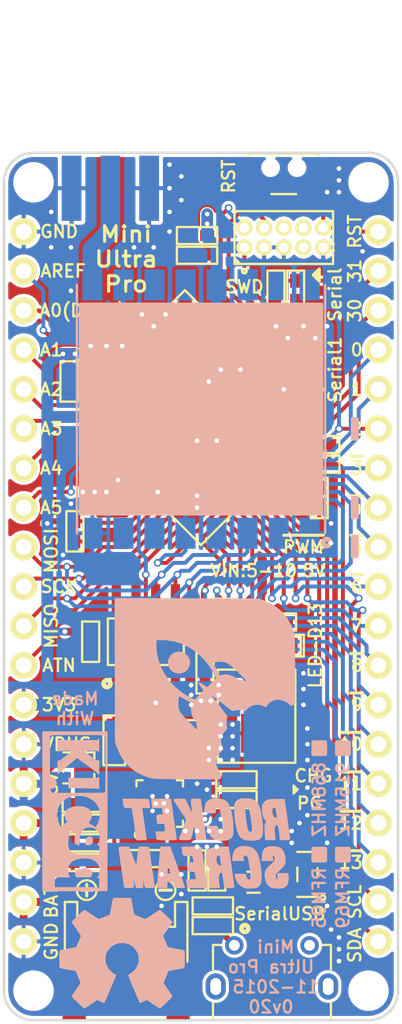
<source format=kicad_pcb>
(kicad_pcb (version 20171130) (host pcbnew "(5.1.12)-1")
  (title_block (title "Mini Ultra Pro") (date 2015-11-18) (rev 0.20) (company "Rocket Scream Electronics"))
  (layers (0 F.Cu signal) (31 B.Cu signal) (34 B.Paste user hide) (35 F.Paste user hide) (36 B.SilkS user hide) (37 F.SilkS user hide) (38 B.Mask user hide) (39 F.Mask user hide) (44 Edge.Cuts user))
  (net 0 "")
  (net 1 "Net-(D1-Pad1)")
  (net 2 "Net-(D2-Pad3)")
  (net 3 "Net-(D2-Pad4)")
  (net 4 "Net-(J1-Pad3)")
  (net 5 "Net-(J1-Pad4)")
  (net 6 "Net-(J3-Pad1)")
  (net 7 GND)
  (net 8 "Net-(C1-Pad2)")
  (net 9 "Net-(C2-Pad2)")
  (net 10 3V3)
  (net 11 "Net-(C4-Pad1)")
  (net 12 "Net-(C5-Pad1)")
  (net 13 VBUS)
  (net 14 VBAT)
  (net 15 "Net-(C18-Pad1)")
  (net 16 VUSB)
  (net 17 /D13)
  (net 18 VIN)
  (net 19 /TX_LED)
  (net 20 /RX_LED)
  (net 21 /RESET)
  (net 22 "Net-(R6-Pad2)")
  (net 23 "Net-(R7-Pad2)")
  (net 24 "Net-(R9-Pad2)")
  (net 25 "Net-(R10-Pad2)")
  (net 26 /A0)
  (net 27 /A1)
  (net 28 /A2)
  (net 29 /A3)
  (net 30 /A4)
  (net 31 /D8)
  (net 32 /D9)
  (net 33 /D4)
  (net 34 /D3)
  (net 35 /D1)
  (net 36 /D0)
  (net 37 /MOSI)
  (net 38 /SCK)
  (net 39 /MISO)
  (net 40 /ATN)
  (net 41 /D2)
  (net 42 /D5)
  (net 43 /D11)
  (net 44 /D10)
  (net 45 /D12)
  (net 46 /D6)
  (net 47 /D7)
  (net 48 /SDA)
  (net 49 /SCL)
  (net 50 /USB-)
  (net 51 /USB+)
  (net 52 /SWCLK)
  (net 53 /SWDIO)
  (net 54 /A5)
  (net 55 /USB_ID)
  (net 56 AREF)
  (net 57 VEXT)
  (net 58 /RST)
  (net 59 "Net-(J6-Pad6)")
  (net 60 "Net-(J6-Pad7)")
  (net 61 "Net-(J6-Pad8)")
  (net 62 "Net-(J2-Pad8)")
  (net 63 "Net-(J2-Pad9)")
  (net 64 "Net-(F1-Pad1)")
  (net 65 "Net-(M5-Pad~)")
  (net 66 "Net-(M6-Pad~)")
  (net 67 "Net-(J2-Pad4)")
  (net 68 /D30)
  (net 69 /D31)
  (net 70 /PG)
  (net 71 /CHG)
  (net 72 5V0)
  (net 73 "Net-(J2-Pad7)")
  (net 74 "Net-(U3-Pad6)")
  (net 75 "Net-(U3-Pad7)")
  (net 76 "Net-(U3-Pad11)")
  (net 77 "Net-(U3-Pad12)")
  (net 78 "Net-(U3-Pad15)")
  (net 79 "Net-(U3-Pad16)")
  (net 80 "Net-(Q1-Pad3)")
  (net 81 "Net-(R8-Pad1)")
  (module RocketScreamKicadLibrary:TQFP-48_7x7mm_Pitch0.5mm (layer F.Cu) (at 139.7 91.44 315)
    (fp_text reference U1 hide)
    (fp_text value ATSAMD21G18A-AU)
    (pad 1 smd rect (at -4.35 -2.75 315) (size 1.3 0.25) (layers F.Cu F.Paste F.Mask) (net 9 "Net-(C2-Pad2)"))
    (pad 2 smd rect (at -4.35 -2.25 315) (size 1.3 0.25) (layers F.Cu F.Paste F.Mask) (net 8 "Net-(C1-Pad2)"))
    (pad 3 smd rect (at -4.35 -1.75 315) (size 1.3 0.25) (layers F.Cu F.Paste F.Mask) (net 26 /A0))
    (pad 4 smd rect (at -4.35 -1.25 315) (size 1.3 0.25) (layers F.Cu F.Paste F.Mask) (net 56 AREF))
    (pad 5 smd rect (at -4.35 -0.75 315) (size 1.3 0.25) (layers F.Cu F.Paste F.Mask) (net 7 GND))
    (pad 6 smd rect (at -4.35 -0.25 315) (size 1.3 0.25) (layers F.Cu F.Paste F.Mask) (net 11 "Net-(C4-Pad1)"))
    (pad 7 smd rect (at -4.35 0.25 315) (size 1.3 0.25) (layers F.Cu F.Paste F.Mask) (net 27 /A1))
    (pad 8 smd rect (at -4.35 0.75 315) (size 1.3 0.25) (layers F.Cu F.Paste F.Mask) (net 28 /A2))
    (pad 9 smd rect (at -4.35 1.25 315) (size 1.3 0.25) (layers F.Cu F.Paste F.Mask) (net 29 /A3))
    (pad 10 smd rect (at -4.35 1.75 315) (size 1.3 0.25) (layers F.Cu F.Paste F.Mask) (net 30 /A4))
    (pad 11 smd rect (at -4.35 2.25 315) (size 1.3 0.25) (layers F.Cu F.Paste F.Mask) (net 31 /D8))
    (pad 12 smd rect (at -4.35 2.75 315) (size 1.3 0.25) (layers F.Cu F.Paste F.Mask) (net 32 /D9))
    (pad 13 smd rect (at -2.75 4.35 45) (size 1.3 0.25) (layers F.Cu F.Paste F.Mask) (net 33 /D4))
    (pad 14 smd rect (at -2.25 4.35 45) (size 1.3 0.25) (layers F.Cu F.Paste F.Mask) (net 34 /D3))
    (pad 15 smd rect (at -1.75 4.35 45) (size 1.3 0.25) (layers F.Cu F.Paste F.Mask) (net 35 /D1))
    (pad 16 smd rect (at -1.25 4.35 45) (size 1.3 0.25) (layers F.Cu F.Paste F.Mask) (net 36 /D0))
    (pad 17 smd rect (at -0.75 4.35 45) (size 1.3 0.25) (layers F.Cu F.Paste F.Mask) (net 10 3V3))
    (pad 18 smd rect (at -0.25 4.35 45) (size 1.3 0.25) (layers F.Cu F.Paste F.Mask) (net 7 GND))
    (pad 19 smd rect (at 0.25 4.35 45) (size 1.3 0.25) (layers F.Cu F.Paste F.Mask) (net 37 /MOSI))
    (pad 20 smd rect (at 0.75 4.35 45) (size 1.3 0.25) (layers F.Cu F.Paste F.Mask) (net 38 /SCK))
    (pad 21 smd rect (at 1.25 4.35 45) (size 1.3 0.25) (layers F.Cu F.Paste F.Mask) (net 39 /MISO))
    (pad 22 smd rect (at 1.75 4.35 45) (size 1.3 0.25) (layers F.Cu F.Paste F.Mask) (net 40 /ATN))
    (pad 23 smd rect (at 2.25 4.35 45) (size 1.3 0.25) (layers F.Cu F.Paste F.Mask) (net 41 /D2))
    (pad 24 smd rect (at 2.75 4.35 45) (size 1.3 0.25) (layers F.Cu F.Paste F.Mask) (net 42 /D5))
    (pad 25 smd rect (at 4.35 2.75 315) (size 1.3 0.25) (layers F.Cu F.Paste F.Mask) (net 43 /D11))
    (pad 26 smd rect (at 4.35 2.25 315) (size 1.3 0.25) (layers F.Cu F.Paste F.Mask) (net 17 /D13))
    (pad 27 smd rect (at 4.35 1.75 315) (size 1.3 0.25) (layers F.Cu F.Paste F.Mask) (net 44 /D10))
    (pad 28 smd rect (at 4.35 1.25 315) (size 1.3 0.25) (layers F.Cu F.Paste F.Mask) (net 45 /D12))
    (pad 29 smd rect (at 4.35 0.75 315) (size 1.3 0.25) (layers F.Cu F.Paste F.Mask) (net 46 /D6))
    (pad 30 smd rect (at 4.35 0.25 315) (size 1.3 0.25) (layers F.Cu F.Paste F.Mask) (net 47 /D7))
    (pad 31 smd rect (at 4.35 -0.25 315) (size 1.3 0.25) (layers F.Cu F.Paste F.Mask) (net 48 /SDA))
    (pad 32 smd rect (at 4.35 -0.75 315) (size 1.3 0.25) (layers F.Cu F.Paste F.Mask) (net 49 /SCL))
    (pad 33 smd rect (at 4.35 -1.25 315) (size 1.3 0.25) (layers F.Cu F.Paste F.Mask) (net 50 /USB-))
    (pad 34 smd rect (at 4.35 -1.75 315) (size 1.3 0.25) (layers F.Cu F.Paste F.Mask) (net 51 /USB+))
    (pad 35 smd rect (at 4.35 -2.25 315) (size 1.3 0.25) (layers F.Cu F.Paste F.Mask) (net 7 GND))
    (pad 36 smd rect (at 4.35 -2.75 315) (size 1.3 0.25) (layers F.Cu F.Paste F.Mask) (net 10 3V3))
    (pad 37 smd rect (at 2.75 -4.35 45) (size 1.3 0.25) (layers F.Cu F.Paste F.Mask) (net 68 /D30))
    (pad 38 smd rect (at 2.25 -4.35 45) (size 1.3 0.25) (layers F.Cu F.Paste F.Mask) (net 69 /D31))
    (pad 39 smd rect (at 1.75 -4.35 45) (size 1.3 0.25) (layers F.Cu F.Paste F.Mask) (net 19 /TX_LED))
    (pad 40 smd rect (at 1.25 -4.35 45) (size 1.3 0.25) (layers F.Cu F.Paste F.Mask) (net 21 /RESET))
    (pad 41 smd rect (at 0.75 -4.35 45) (size 1.3 0.25) (layers F.Cu F.Paste F.Mask) (net 55 /USB_ID))
    (pad 42 smd rect (at 0.25 -4.35 45) (size 1.3 0.25) (layers F.Cu F.Paste F.Mask) (net 7 GND))
    (pad 43 smd rect (at -0.25 -4.35 45) (size 1.3 0.25) (layers F.Cu F.Paste F.Mask) (net 12 "Net-(C5-Pad1)"))
    (pad 44 smd rect (at -0.75 -4.35 45) (size 1.3 0.25) (layers F.Cu F.Paste F.Mask) (net 10 3V3))
    (pad 45 smd rect (at -1.25 -4.35 45) (size 1.3 0.25) (layers F.Cu F.Paste F.Mask) (net 52 /SWCLK))
    (pad 46 smd rect (at -1.75 -4.35 45) (size 1.3 0.25) (layers F.Cu F.Paste F.Mask) (net 53 /SWDIO))
    (pad 47 smd rect (at -2.25 -4.35 45) (size 1.3 0.25) (layers F.Cu F.Paste F.Mask) (net 54 /A5))
    (pad 48 smd rect (at -2.75 -4.35 45) (size 1.3 0.25) (layers F.Cu F.Paste F.Mask) (net 20 /RX_LED))
  )
  (module RocketScreamKicadLibrary:LED-1615 (layer F.Cu) (at 144.526 112.141 180)
    (fp_text reference D2 hide)
    (fp_text value LED-DUAL)
    (pad 1 smd rect (at -0.55 -0.425 180) (size 0.8 0.65) (layers F.Cu F.Paste F.Mask) (net 13 VBUS))
    (pad 2 smd rect (at -0.55 0.425 180) (size 0.8 0.65) (layers F.Cu F.Paste F.Mask) (net 13 VBUS))
    (pad 3 smd rect (at 0.55 0.425 180) (size 0.8 0.65) (layers F.Cu F.Paste F.Mask) (net 2 "Net-(D2-Pad3)"))
    (pad 4 smd rect (at 0.55 -0.425 180) (size 0.8 0.65) (layers F.Cu F.Paste F.Mask) (net 3 "Net-(D2-Pad4)"))
  )
  (module RocketScreamKicadLibrary:MICRO-USB (layer F.Cu) (at 144.272 123.698)
    (fp_text reference J2 hide)
    (fp_text value MICRO-USB)
    (pad 1 smd rect (at -1.3 -1.45) (size 0.4 1.35) (layers F.Cu F.Paste F.Mask) (net 16 VUSB))
    (pad 2 smd rect (at -0.65 -1.45) (size 0.4 1.35) (layers F.Cu F.Paste F.Mask) (net 50 /USB-))
    (pad 3 smd rect (at 0 -1.45) (size 0.4 1.35) (layers F.Cu F.Paste F.Mask) (net 51 /USB+))
    (pad 4 smd rect (at 0.65 -1.45) (size 0.4 1.35) (layers F.Cu F.Paste F.Mask) (net 67 "Net-(J2-Pad4)"))
    (pad 5 smd rect (at 1.3 -1.45) (size 0.4 1.35) (layers F.Cu F.Paste F.Mask) (net 7 GND))
    (pad 6 thru_hole circle (at -2.425 -1.525) (size 1.2 1.2) (drill 0.7) (layers *.Cu *.Mask F.Paste) (net 15 "Net-(C18-Pad1)"))
    (pad 7 thru_hole circle (at 2.425 -1.525) (size 1.2 1.2) (drill 0.7) (layers *.Cu *.Mask F.Paste) (net 73 "Net-(J2-Pad7)"))
    (pad 8 thru_hole oval (at -3.625 1.125) (size 1.3 1.7) (drill oval 0.7 1.1) (layers *.Cu *.Mask F.Paste) (net 62 "Net-(J2-Pad8)"))
    (pad 9 thru_hole oval (at 3.625 1.125) (size 1.3 1.7) (drill oval 0.7 1.1) (layers *.Cu *.Mask F.Paste) (net 63 "Net-(J2-Pad9)"))
  )
  (module RocketScreamKicadLibrary:RF-SMA-EDGE (layer B.Cu) (at 133.858 73.406 90)
    (fp_text reference J3 hide)
    (fp_text value RF-SMA-EDGE)
    (pad 1 smd rect (at 0 0 90) (size 4.2 1.27) (layers B.Cu B.Mask) (net 6 "Net-(J3-Pad1)"))
    (pad 2 smd rect (at 0 -2.5 90) (size 4.2 1.27) (layers B.Cu B.Mask) (net 7 GND))
    (pad 3 smd rect (at 0 2.5 90) (size 4.2 1.27) (layers B.Cu B.Mask) (net 7 GND))
    (pad 5 smd rect (at 0 2.5 90) (size 4.2 1.27) (layers F.Cu F.Mask) (net 7 GND))
    (pad 4 smd rect (at 0 -2.5 90) (size 4.2 1.27) (layers F.Cu F.Mask) (net 7 GND))
  )
  (module RocketScreamKicadLibrary:SOT-89 (layer F.Cu) (at 143.28 107.414 180)
    (fp_text reference U4 hide)
    (fp_text value MCP1700T-3302E/MB)
    (pad 1 smd rect (at -1.5 1.75 180) (size 0.8 1.2) (layers F.Cu F.Paste F.Mask) (net 7 GND))
    (pad 2 smd rect (at 0 1.1 180) (size 0.8 2.2) (drill (offset 0 0.15)) (layers F.Cu F.Paste F.Mask) (net 13 VBUS))
    (pad 3 smd rect (at 1.5 1.75 180) (size 0.8 1.2) (layers F.Cu F.Paste F.Mask) (net 10 3V3))
    (pad 2 smd rect (at 0 0 180) (size 2 2.5) (drill (offset 0 -1.1)) (layers F.Cu F.Paste F.Mask) (net 13 VBUS))
  )
  (module RocketScreamKicadLibrary:SOIC-8-N (layer F.Cu) (at 136.144 102.616 90)
    (fp_text reference U5 hide)
    (fp_text value S25FL116K0XMFI041)
    (pad 8 smd rect (at 2.7 -1.905 90) (size 2 0.6) (layers F.Cu F.Paste F.Mask) (net 10 3V3))
    (pad 7 smd rect (at 2.7 -0.635 90) (size 2 0.6) (layers F.Cu F.Paste F.Mask) (net 10 3V3))
    (pad 6 smd rect (at 2.7 0.635 90) (size 2 0.6) (layers F.Cu F.Paste F.Mask) (net 38 /SCK))
    (pad 5 smd rect (at 2.7 1.905 90) (size 2 0.6) (layers F.Cu F.Paste F.Mask) (net 37 /MOSI))
    (pad 4 smd rect (at -2.7 1.905 90) (size 2 0.6) (layers F.Cu F.Paste F.Mask) (net 7 GND))
    (pad 3 smd rect (at -2.7 0.635 90) (size 2 0.6) (layers F.Cu F.Paste F.Mask) (net 10 3V3))
    (pad 2 smd rect (at -2.7 -0.635 90) (size 2 0.6) (layers F.Cu F.Paste F.Mask) (net 39 /MISO))
    (pad 1 smd rect (at -2.7 -1.905 90) (size 2 0.6) (layers F.Cu F.Paste F.Mask) (net 33 /D4))
  )
  (module RocketScreamKicadLibrary:ABS07 (layer F.Cu) (at 138.938 83.566 315)
    (fp_text reference Y1 hide)
    (fp_text value FC-135)
    (pad 1 smd rect (at -1.25 0 315) (size 1.1 1.9) (layers F.Cu F.Paste F.Mask) (net 8 "Net-(C1-Pad2)"))
    (pad 2 smd rect (at 1.25 0 315) (size 1.1 1.9) (layers F.Cu F.Paste F.Mask) (net 9 "Net-(C2-Pad2)"))
  )
  (module RocketScreamKicadLibrary:SOT-143B (layer F.Cu) (at 146.558 117.602 90)
    (fp_text reference D3 hide)
    (fp_text value PRTR5V0U2X)
    (pad 1 smd rect (at -0.75 1 90) (size 1 0.7) (layers F.Cu F.Paste F.Mask) (net 7 GND))
    (pad 2 smd rect (at 0.95 1 90) (size 0.6 0.7) (layers F.Cu F.Paste F.Mask) (net 51 /USB+))
    (pad 3 smd rect (at 0.95 -1 90) (size 0.6 0.7) (layers F.Cu F.Paste F.Mask) (net 50 /USB-))
    (pad 4 smd rect (at -0.95 -1 90) (size 0.6 0.7) (layers F.Cu F.Paste F.Mask) (net 16 VUSB))
  )
  (module RocketScreamKicadLibrary:MF-PSMF020X (layer F.Cu) (at 143.086 118.11)
    (fp_text reference F1 hide)
    (fp_text value MF-PSMF050X-2)
    (pad 1 smd rect (at -1.1 0) (size 1 1.5) (layers F.Cu F.Paste F.Mask) (net 64 "Net-(F1-Pad1)"))
    (pad 2 smd rect (at 1.1 0) (size 1 1.5) (layers F.Cu F.Paste F.Mask) (net 16 VUSB))
  )
  (module RocketScreamKicadLibrary:CAP-0402 (layer F.Cu) (at 139.192 81.28 315)
    (fp_text reference C1 hide)
    (fp_text value 18pF)
    (pad 1 smd rect (at -0.65 0 315) (size 0.9 0.7) (layers F.Cu F.Paste F.Mask) (net 7 GND))
    (pad 2 smd rect (at 0.65 0 315) (size 0.9 0.7) (layers F.Cu F.Paste F.Mask) (net 8 "Net-(C1-Pad2)"))
  )
  (module RocketScreamKicadLibrary:CAP-0402 (layer F.Cu) (at 141.224 83.312 135)
    (fp_text reference C2 hide)
    (fp_text value 18pF)
    (pad 1 smd rect (at -0.65 0 135) (size 0.9 0.7) (layers F.Cu F.Paste F.Mask) (net 7 GND))
    (pad 2 smd rect (at 0.65 0 135) (size 0.9 0.7) (layers F.Cu F.Paste F.Mask) (net 9 "Net-(C2-Pad2)"))
  )
  (module RocketScreamKicadLibrary:CAP-0402 (layer F.Cu) (at 145.034 84.836 90)
    (fp_text reference C3 hide)
    (fp_text value 100nF)
    (pad 1 smd rect (at -0.65 0 90) (size 0.9 0.7) (layers F.Cu F.Paste F.Mask) (net 10 3V3))
    (pad 2 smd rect (at 0.65 0 90) (size 0.9 0.7) (layers F.Cu F.Paste F.Mask) (net 7 GND))
  )
  (module RocketScreamKicadLibrary:CAP-0402 (layer F.Cu) (at 132.461 85.852 90)
    (fp_text reference C4 hide)
    (fp_text value 100nF)
    (pad 1 smd rect (at -0.65 0 90) (size 0.9 0.7) (layers F.Cu F.Paste F.Mask) (net 11 "Net-(C4-Pad1)"))
    (pad 2 smd rect (at 0.65 0 90) (size 0.9 0.7) (layers F.Cu F.Paste F.Mask) (net 7 GND))
  )
  (module RocketScreamKicadLibrary:CAP-0402 (layer F.Cu) (at 146.304 84.836 90)
    (fp_text reference C5 hide)
    (fp_text value "1uF 10V X5R")
    (pad 1 smd rect (at -0.65 0 90) (size 0.9 0.7) (layers F.Cu F.Paste F.Mask) (net 12 "Net-(C5-Pad1)"))
    (pad 2 smd rect (at 0.65 0 90) (size 0.9 0.7) (layers F.Cu F.Paste F.Mask) (net 7 GND))
  )
  (module RocketScreamKicadLibrary:CAP-0402 (layer F.Cu) (at 147.32 93.36 270)
    (fp_text reference C7 hide)
    (fp_text value 100nF)
    (pad 1 smd rect (at -0.65 0 270) (size 0.9 0.7) (layers F.Cu F.Paste F.Mask) (net 10 3V3))
    (pad 2 smd rect (at 0.65 0 270) (size 0.9 0.7) (layers F.Cu F.Paste F.Mask) (net 7 GND))
  )
  (module RocketScreamKicadLibrary:CAP-0402 (layer F.Cu) (at 131.572 95.504 270)
    (fp_text reference C8 hide)
    (fp_text value 100nF)
    (pad 1 smd rect (at -0.65 0 270) (size 0.9 0.7) (layers F.Cu F.Paste F.Mask) (net 10 3V3))
    (pad 2 smd rect (at 0.65 0 270) (size 0.9 0.7) (layers F.Cu F.Paste F.Mask) (net 7 GND))
  )
  (module RocketScreamKicadLibrary:CAP-0402 (layer F.Cu) (at 139.446 117.348 270)
    (fp_text reference C10 hide)
    (fp_text value "4.7uF 10V X5R")
    (pad 1 smd rect (at -0.65 0 270) (size 0.9 0.7) (layers F.Cu F.Paste F.Mask) (net 72 5V0))
    (pad 2 smd rect (at 0.65 0 270) (size 0.9 0.7) (layers F.Cu F.Paste F.Mask) (net 7 GND))
  )
  (module RocketScreamKicadLibrary:CAP-0402 (layer F.Cu) (at 139.446 76.454 180)
    (fp_text reference C12 hide)
    (fp_text value 100nF)
    (pad 1 smd rect (at -0.65 0 180) (size 0.9 0.7) (layers F.Cu F.Paste F.Mask) (net 10 3V3))
    (pad 2 smd rect (at 0.65 0 180) (size 0.9 0.7) (layers F.Cu F.Paste F.Mask) (net 7 GND))
  )
  (module RocketScreamKicadLibrary:CAP-0402 (layer F.Cu) (at 136.398 116.586)
    (fp_text reference C16 hide)
    (fp_text value "4.7uF 10V X5R")
    (pad 1 smd rect (at -0.65 0) (size 0.9 0.7) (layers F.Cu F.Paste F.Mask) (net 14 VBAT))
    (pad 2 smd rect (at 0.65 0) (size 0.9 0.7) (layers F.Cu F.Paste F.Mask) (net 7 GND))
  )
  (module RocketScreamKicadLibrary:CAP-0402 (layer F.Cu) (at 137.668 108.966 90)
    (fp_text reference C17 hide)
    (fp_text value "4.7uF 10V X5R")
    (pad 1 smd rect (at -0.65 0 90) (size 0.9 0.7) (layers F.Cu F.Paste F.Mask) (net 13 VBUS))
    (pad 2 smd rect (at 0.65 0 90) (size 0.9 0.7) (layers F.Cu F.Paste F.Mask) (net 7 GND))
  )
  (module RocketScreamKicadLibrary:CAP-0402 (layer F.Cu) (at 140.462 120.904 180)
    (fp_text reference C18 hide)
    (fp_text value "4.7nF 25V X7R")
    (pad 1 smd rect (at -0.65 0 180) (size 0.9 0.7) (layers F.Cu F.Paste F.Mask) (net 15 "Net-(C18-Pad1)"))
    (pad 2 smd rect (at 0.65 0 180) (size 0.9 0.7) (layers F.Cu F.Paste F.Mask) (net 7 GND))
  )
  (module RocketScreamKicadLibrary:RES-0402 (layer F.Cu) (at 144.526 101.346 180)
    (fp_text reference R1 hide)
    (fp_text value 2K2)
    (pad 1 smd rect (at -0.65 0 180) (size 0.9 0.7) (layers F.Cu F.Paste F.Mask) (net 1 "Net-(D1-Pad1)"))
    (pad 2 smd rect (at 0.65 0 180) (size 0.9 0.7) (layers F.Cu F.Paste F.Mask) (net 80 "Net-(Q1-Pad3)"))
  )
  (module RocketScreamKicadLibrary:RES-0402 (layer F.Cu) (at 144.526 80.01 90)
    (fp_text reference R4 hide)
    (fp_text value 10K)
    (pad 1 smd rect (at -0.65 0 90) (size 0.9 0.7) (layers F.Cu F.Paste F.Mask) (net 10 3V3))
    (pad 2 smd rect (at 0.65 0 90) (size 0.9 0.7) (layers F.Cu F.Paste F.Mask) (net 58 /RST))
  )
  (module RocketScreamKicadLibrary:RES-0402 (layer F.Cu) (at 135.89 108.966 270)
    (fp_text reference R6 hide)
    (fp_text value 1K18)
    (pad 1 smd rect (at -0.65 0 270) (size 0.9 0.7) (layers F.Cu F.Paste F.Mask) (net 7 GND))
    (pad 2 smd rect (at 0.65 0 270) (size 0.9 0.7) (layers F.Cu F.Paste F.Mask) (net 22 "Net-(R6-Pad2)"))
  )
  (module RocketScreamKicadLibrary:RES-0402 (layer F.Cu) (at 132.08 113.03)
    (fp_text reference R7 hide)
    (fp_text value 46K4)
    (pad 1 smd rect (at -0.65 0) (size 0.9 0.7) (layers F.Cu F.Paste F.Mask) (net 7 GND))
    (pad 2 smd rect (at 0.65 0) (size 0.9 0.7) (layers F.Cu F.Paste F.Mask) (net 23 "Net-(R7-Pad2)"))
  )
  (module RocketScreamKicadLibrary:RES-0402 (layer F.Cu) (at 132.08 114.3)
    (fp_text reference R9 hide)
    (fp_text value 2K94)
    (pad 1 smd rect (at -0.65 0) (size 0.9 0.7) (layers F.Cu F.Paste F.Mask) (net 7 GND))
    (pad 2 smd rect (at 0.65 0) (size 0.9 0.7) (layers F.Cu F.Paste F.Mask) (net 24 "Net-(R9-Pad2)"))
  )
  (module RocketScreamKicadLibrary:RES-0402 (layer F.Cu) (at 132.08 115.57)
    (fp_text reference R10 hide)
    (fp_text value 2K2)
    (pad 1 smd rect (at -0.65 0) (size 0.9 0.7) (layers F.Cu F.Paste F.Mask) (net 7 GND))
    (pad 2 smd rect (at 0.65 0) (size 0.9 0.7) (layers F.Cu F.Paste F.Mask) (net 25 "Net-(R10-Pad2)"))
  )
  (module RocketScreamKicadLibrary:RES-0402 (layer F.Cu) (at 147.32 91.186 180)
    (fp_text reference R11 hide)
    (fp_text value 100K)
    (pad 1 smd rect (at -0.65 0 180) (size 0.9 0.7) (layers F.Cu F.Paste F.Mask) (net 67 "Net-(J2-Pad4)"))
    (pad 2 smd rect (at 0.65 0 180) (size 0.9 0.7) (layers F.Cu F.Paste F.Mask) (net 10 3V3))
  )
  (module RocketScreamKicadLibrary:RES-0402 (layer F.Cu) (at 141.986 112.776)
    (fp_text reference R12 hide)
    (fp_text value 10K)
    (pad 1 smd rect (at -0.65 0) (size 0.9 0.7) (layers F.Cu F.Paste F.Mask) (net 70 /PG))
    (pad 2 smd rect (at 0.65 0) (size 0.9 0.7) (layers F.Cu F.Paste F.Mask) (net 3 "Net-(D2-Pad4)"))
  )
  (module RocketScreamKicadLibrary:RES-0402 (layer F.Cu) (at 141.986 111.506)
    (fp_text reference R13 hide)
    (fp_text value 2K2)
    (pad 1 smd rect (at -0.65 0) (size 0.9 0.7) (layers F.Cu F.Paste F.Mask) (net 71 /CHG))
    (pad 2 smd rect (at 0.65 0) (size 0.9 0.7) (layers F.Cu F.Paste F.Mask) (net 2 "Net-(D2-Pad3)"))
  )
  (module RocketScreamKicadLibrary:HOLE_NPTH_2.2MM (layer F.Cu) (at 128.905 125.095)
    (fp_text reference M1 hide)
    (fp_text value MOUNT_HOLE)
    (pad "" np_thru_hole circle (at 0 0) (size 2.2 2.2) (drill 2.2) (layers *.Cu *.Mask F.SilkS))
  )
  (module RocketScreamKicadLibrary:HOLE_NPTH_2.2MM (layer F.Cu) (at 150.495 125.095)
    (fp_text reference M2 hide)
    (fp_text value MOUNT_HOLE)
    (pad "" np_thru_hole circle (at 0 0) (size 2.2 2.2) (drill 2.2) (layers *.Cu *.Mask F.SilkS))
  )
  (module RocketScreamKicadLibrary:HOLE_NPTH_2.2MM (layer F.Cu) (at 128.905 73.025)
    (fp_text reference M3 hide)
    (fp_text value MOUNT_HOLE)
    (pad "" np_thru_hole circle (at 0 0) (size 2.2 2.2) (drill 2.2) (layers *.Cu *.Mask F.SilkS))
  )
  (module RocketScreamKicadLibrary:HOLE_NPTH_2.2MM (layer F.Cu) (at 150.495 73.025)
    (fp_text reference M4 hide)
    (fp_text value MOUNT_HOLE)
    (pad "" np_thru_hole circle (at 0 0) (size 2.2 2.2) (drill 2.2) (layers *.Cu *.Mask F.SilkS))
  )
  (module RocketScreamKicadLibrary:HDR_2x5_Pitch1.27mm (layer F.Cu) (at 145.034 76.581)
    (fp_text reference J6 hide)
    (fp_text value CONN-HDR-2x5)
    (pad 1 thru_hole oval (at -2.54 0.635) (size 1.05 1.05) (drill 0.65) (layers *.Cu *.Mask F.SilkS) (net 10 3V3))
    (pad 2 thru_hole oval (at -2.54 -0.635) (size 1.05 1.05) (drill 0.65) (layers *.Cu *.Mask F.SilkS) (net 53 /SWDIO))
    (pad 3 thru_hole oval (at -1.27 0.635) (size 1.05 1.05) (drill 0.65) (layers *.Cu *.Mask F.SilkS) (net 7 GND))
    (pad 4 thru_hole oval (at -1.27 -0.635) (size 1.05 1.05) (drill 0.65) (layers *.Cu *.Mask F.SilkS) (net 52 /SWCLK))
    (pad 5 thru_hole oval (at 0 0.635) (size 1.05 1.05) (drill 0.65) (layers *.Cu *.Mask F.SilkS) (net 7 GND))
    (pad 6 thru_hole oval (at 0 -0.635) (size 1.05 1.05) (drill 0.65) (layers *.Cu *.Mask F.SilkS) (net 59 "Net-(J6-Pad6)"))
    (pad 7 thru_hole oval (at 1.27 0.635) (size 1.05 1.05) (drill 0.65) (layers *.Cu *.Mask F.SilkS) (net 60 "Net-(J6-Pad7)"))
    (pad 8 thru_hole oval (at 1.27 -0.635) (size 1.05 1.05) (drill 0.65) (layers *.Cu *.Mask F.SilkS) (net 61 "Net-(J6-Pad8)"))
    (pad 9 thru_hole oval (at 2.54 0.635) (size 1.05 1.05) (drill 0.65) (layers *.Cu *.Mask F.SilkS) (net 7 GND))
    (pad 10 thru_hole oval (at 2.54 -0.635) (size 1.05 1.05) (drill 0.65) (layers *.Cu *.Mask F.SilkS) (net 58 /RST))
  )
  (module RocketScreamKicadLibrary:LOGO-OSHW_Small (layer B.Cu) (at 134.62 122.682 180)
    (fp_text reference LOGO2 hide)
    (fp_text value LOGO-OSHW hide)
  )
  (module RocketScreamKicadLibrary:FIDUCIAL-1MM (layer F.Cu) (at 143.764 115.316)
    (fp_text reference M5 hide)
    (fp_text value FIDUCIAL)
    (pad ~ smd circle (at 0 0) (size 1 1) (layers F.Cu F.Mask) (net 65 "Net-(M5-Pad~)") (clearance 0.5))
  )
  (module RocketScreamKicadLibrary:FIDUCIAL-1MM (layer F.Cu) (at 139.7 72.898)
    (fp_text reference M6 hide)
    (fp_text value FIDUCIAL)
    (pad ~ smd circle (at 0 0) (size 1 1) (layers F.Cu F.Mask) (net 66 "Net-(M6-Pad~)") (clearance 0.5))
  )
  (module RocketScreamKicadLibrary:LED-0603 (layer F.Cu) (at 144.526 102.87 180)
    (fp_text reference D1 hide)
    (fp_text value Orange)
    (pad 2 smd rect (at 0.85 0) (size 1.1 1) (layers F.Cu F.Paste F.Mask) (net 10 3V3))
    (pad 1 smd rect (at -0.85 0) (size 1.1 1) (layers F.Cu F.Paste F.Mask) (net 1 "Net-(D1-Pad1)"))
  )
  (module RocketScreamKicadLibrary:IND-0402 (layer F.Cu) (at 131.191 85.852 90)
    (fp_text reference L2 hide)
    (fp_text value BKP1005TS121-T)
    (pad 1 smd rect (at -0.65 0 90) (size 0.9 0.7) (layers F.Cu F.Paste F.Mask) (net 11 "Net-(C4-Pad1)"))
    (pad 2 smd rect (at 0.65 0 90) (size 0.9 0.7) (layers F.Cu F.Paste F.Mask) (net 10 3V3))
  )
  (module RocketScreamKicadLibrary:SOT-1016 (layer F.Cu) (at 131.826 110.744 270)
    (fp_text reference D4 hide)
    (fp_text value PMEG3020CPA)
    (pad 1 smd rect (at -0.65 0.8 270) (size 0.4 0.5) (layers F.Cu F.Paste F.Mask) (net 72 5V0))
    (pad 2 smd rect (at 0.65 0.8 270) (size 0.4 0.5) (layers F.Cu F.Paste F.Mask) (net 18 VIN))
    (pad 3 smd rect (at 0 -0.25 270) (size 1.6 1.1) (layers F.Cu F.Paste F.Mask) (net 57 VEXT))
    (pad 3 smd rect (at 0 -0.925 270) (size 0.4 0.25) (layers F.Cu F.Paste F.Mask) (net 57 VEXT))
  )
  (module RocketScreamKicadLibrary:S2B-PH-SM4-TB (layer F.Cu) (at 134.874 122.428)
    (fp_text reference J1 hide)
    (fp_text value S2B-PH-SM4-TB)
    (pad 1 smd rect (at -1 -2.75) (size 1 3.5) (layers F.Cu F.Paste F.Mask) (net 14 VBAT))
    (pad 2 smd rect (at 1 -2.75) (size 1 3.5) (layers F.Cu F.Paste F.Mask) (net 7 GND))
    (pad 3 smd rect (at -3.35 2.8) (size 1.5 3.4) (layers F.Cu F.Paste F.Mask) (net 4 "Net-(J1-Pad3)"))
    (pad 4 smd rect (at 3.35 2.8) (size 1.5 3.4) (layers F.Cu F.Paste F.Mask) (net 5 "Net-(J1-Pad4)"))
  )
  (module RocketScreamKicadLibrary:CAP-0402 (layer F.Cu) (at 139.446 77.724 180)
    (fp_text reference C11 hide)
    (fp_text value "4.7uF 10V X5R")
    (pad 1 smd rect (at -0.65 0 180) (size 0.9 0.7) (layers F.Cu F.Paste F.Mask) (net 10 3V3))
    (pad 2 smd rect (at 0.65 0 180) (size 0.9 0.7) (layers F.Cu F.Paste F.Mask) (net 7 GND))
  )
  (module RocketScreamKicadLibrary:HDR_1x19_Pitch2.54mm_WithoutSilk (layer F.Cu) (at 128.27 99.06 270)
    (fp_text reference J4 hide)
    (fp_text value CONN-HDR-1x19)
    (pad 14 thru_hole oval (at 10.16 0 270) (size 1.7272 1.7272) (drill 1.016) (layers *.Cu *.Mask F.SilkS) (net 13 VBUS))
    (pad 13 thru_hole oval (at 7.62 0 270) (size 1.7272 1.7272) (drill 1.016) (layers *.Cu *.Mask F.SilkS) (net 10 3V3))
    (pad 12 thru_hole oval (at 5.08 0 270) (size 1.7272 1.7272) (drill 1.016) (layers *.Cu *.Mask F.SilkS) (net 40 /ATN))
    (pad 11 thru_hole oval (at 2.54 0 270) (size 1.7272 1.7272) (drill 1.016) (layers *.Cu *.Mask F.SilkS) (net 39 /MISO))
    (pad 1 thru_hole oval (at -22.86 0 270) (size 1.7272 1.7272) (drill 1.016) (layers *.Cu *.Mask F.SilkS) (net 7 GND))
    (pad 2 thru_hole oval (at -20.32 0 270) (size 1.7272 1.7272) (drill 1.016) (layers *.Cu *.Mask F.SilkS) (net 56 AREF))
    (pad 3 thru_hole oval (at -17.78 0 270) (size 1.7272 1.7272) (drill 1.016) (layers *.Cu *.Mask F.SilkS) (net 26 /A0))
    (pad 4 thru_hole oval (at -15.24 0 270) (size 1.7272 1.7272) (drill 1.016) (layers *.Cu *.Mask F.SilkS) (net 27 /A1))
    (pad 5 thru_hole oval (at -12.7 0 270) (size 1.7272 1.7272) (drill 1.016) (layers *.Cu *.Mask F.SilkS) (net 28 /A2))
    (pad 6 thru_hole oval (at -10.16 0 270) (size 1.7272 1.7272) (drill 1.016) (layers *.Cu *.Mask F.SilkS) (net 29 /A3))
    (pad 7 thru_hole oval (at -7.62 0 270) (size 1.7272 1.7272) (drill 1.016) (layers *.Cu *.Mask F.SilkS) (net 30 /A4))
    (pad 8 thru_hole oval (at -5.08 0 270) (size 1.7272 1.7272) (drill 1.016) (layers *.Cu *.Mask F.SilkS) (net 54 /A5))
    (pad 9 thru_hole oval (at -2.54 0 270) (size 1.7272 1.7272) (drill 1.016) (layers *.Cu *.Mask F.SilkS) (net 37 /MOSI))
    (pad 10 thru_hole oval (at 0 0 270) (size 1.7272 1.7272) (drill 1.016) (layers *.Cu *.Mask F.SilkS) (net 38 /SCK))
    (pad 15 thru_hole oval (at 12.7 0 270) (size 1.7272 1.7272) (drill 1.016) (layers *.Cu *.Mask F.SilkS) (net 72 5V0))
    (pad 16 thru_hole oval (at 15.24 0 270) (size 1.7272 1.7272) (drill 1.016) (layers *.Cu *.Mask F.SilkS) (net 18 VIN))
    (pad 17 thru_hole oval (at 17.78 0 270) (size 1.7272 1.7272) (drill 1.016) (layers *.Cu *.Mask F.SilkS) (net 7 GND))
    (pad 18 thru_hole oval (at 20.32 0 270) (size 1.7272 1.7272) (drill 1.016) (layers *.Cu *.Mask F.SilkS) (net 14 VBAT))
    (pad 19 thru_hole oval (at 22.86 0 270) (size 1.7272 1.7272) (drill 1.016) (layers *.Cu *.Mask F.SilkS) (net 7 GND))
  )
  (module RocketScreamKicadLibrary:HDR_1x19_Pitch2.54mm_WithoutSilk (layer F.Cu) (at 151.13 99.06 270)
    (fp_text reference J5 hide)
    (fp_text value CONN-HDR-1x19)
    (pad 14 thru_hole oval (at 10.16 0 270) (size 1.7272 1.7272) (drill 1.016) (layers *.Cu *.Mask F.SilkS) (net 44 /D10))
    (pad 13 thru_hole oval (at 7.62 0 270) (size 1.7272 1.7272) (drill 1.016) (layers *.Cu *.Mask F.SilkS) (net 32 /D9))
    (pad 12 thru_hole oval (at 5.08 0 270) (size 1.7272 1.7272) (drill 1.016) (layers *.Cu *.Mask F.SilkS) (net 31 /D8))
    (pad 11 thru_hole oval (at 2.54 0 270) (size 1.7272 1.7272) (drill 1.016) (layers *.Cu *.Mask F.SilkS) (net 47 /D7))
    (pad 1 thru_hole oval (at -22.86 0 270) (size 1.7272 1.7272) (drill 1.016) (layers *.Cu *.Mask F.SilkS) (net 58 /RST))
    (pad 2 thru_hole oval (at -20.32 0 270) (size 1.7272 1.7272) (drill 1.016) (layers *.Cu *.Mask F.SilkS) (net 69 /D31))
    (pad 3 thru_hole oval (at -17.78 0 270) (size 1.7272 1.7272) (drill 1.016) (layers *.Cu *.Mask F.SilkS) (net 68 /D30))
    (pad 4 thru_hole oval (at -15.24 0 270) (size 1.7272 1.7272) (drill 1.016) (layers *.Cu *.Mask F.SilkS) (net 36 /D0))
    (pad 5 thru_hole oval (at -12.7 0 270) (size 1.7272 1.7272) (drill 1.016) (layers *.Cu *.Mask F.SilkS) (net 35 /D1))
    (pad 6 thru_hole oval (at -10.16 0 270) (size 1.7272 1.7272) (drill 1.016) (layers *.Cu *.Mask F.SilkS) (net 41 /D2))
    (pad 7 thru_hole oval (at -7.62 0 270) (size 1.7272 1.7272) (drill 1.016) (layers *.Cu *.Mask F.SilkS) (net 34 /D3))
    (pad 8 thru_hole oval (at -5.08 0 270) (size 1.7272 1.7272) (drill 1.016) (layers *.Cu *.Mask F.SilkS) (net 33 /D4))
    (pad 9 thru_hole oval (at -2.54 0 270) (size 1.7272 1.7272) (drill 1.016) (layers *.Cu *.Mask F.SilkS) (net 42 /D5))
    (pad 10 thru_hole oval (at 0 0 270) (size 1.7272 1.7272) (drill 1.016) (layers *.Cu *.Mask F.SilkS) (net 46 /D6))
    (pad 15 thru_hole oval (at 12.7 0 270) (size 1.7272 1.7272) (drill 1.016) (layers *.Cu *.Mask F.SilkS) (net 43 /D11))
    (pad 16 thru_hole oval (at 15.24 0 270) (size 1.7272 1.7272) (drill 1.016) (layers *.Cu *.Mask F.SilkS) (net 45 /D12))
    (pad 17 thru_hole oval (at 17.78 0 270) (size 1.7272 1.7272) (drill 1.016) (layers *.Cu *.Mask F.SilkS) (net 17 /D13))
    (pad 18 thru_hole oval (at 20.32 0 270) (size 1.7272 1.7272) (drill 1.016) (layers *.Cu *.Mask F.SilkS) (net 49 /SCL))
    (pad 19 thru_hole oval (at 22.86 0 270) (size 1.7272 1.7272) (drill 1.016) (layers *.Cu *.Mask F.SilkS) (net 48 /SDA))
  )
  (module RocketScreamKicadLibrary:TS-018 (layer F.Cu) (at 145.034 71.882)
    (fp_text reference SW1 hide)
    (fp_text value SPNO)
    (pad 1 smd rect (at -1.675 1.75) (size 1.15 1.3) (layers F.Cu F.Paste F.Mask) (net 7 GND))
    (pad 2 smd rect (at 1.675 1.75) (size 1.15 1.3) (layers F.Cu F.Paste F.Mask) (net 58 /RST))
    (pad 3 smd rect (at 2.3 0.2) (size 0.9 1.2) (layers F.Cu F.Paste F.Mask))
    (pad 4 smd rect (at -2.3 0.2) (size 0.9 1.2) (layers F.Cu F.Paste F.Mask))
    (pad "" np_thru_hole circle (at -0.85 0.2) (size 0.8 0.8) (drill 0.8) (layers *.Cu *.Mask))
    (pad "" np_thru_hole circle (at 0.85 0.2) (size 0.8 0.8) (drill 0.8) (layers *.Cu *.Mask))
  )
  (module RocketScreamKicadLibrary:LOGO-ROCKET-SCREAM_Vertical_Small (layer B.Cu) (at 139.954 109.474 180)
    (fp_text reference LOGO1 hide)
    (fp_text value LOGO-ROCKET-SCREAM hide)
  )
  (module RocketScreamKicadLibrary:LOGO-KICAD_XSmall (layer B.Cu) (at 131.572 113.538 270)
    (fp_text reference LOGO3 hide)
    (fp_text value LOGO-KICAD hide)
  )
  (module RocketScreamKicadLibrary:CAP-0603 (layer F.Cu) (at 134.112 108.966 270)
    (fp_text reference C9 hide)
    (fp_text value "1uF 50V X5R")
    (pad 1 smd rect (at -0.85 0 270) (size 1.1 1) (layers F.Cu F.Paste F.Mask) (net 7 GND))
    (pad 2 smd rect (at 0.85 0 270) (size 1.1 1) (layers F.Cu F.Paste F.Mask) (net 57 VEXT))
  )
  (module RocketScreamKicadLibrary:RFM9xW (layer B.Cu) (at 139.7 87.63 90)
    (fp_text reference U3 hide)
    (fp_text value RFM95W)
    (pad 1 smd rect (at -8 7 90) (size 2 1.3) (layers B.Cu B.Paste B.Mask) (net 7 GND))
    (pad 2 smd rect (at -8 5 90) (size 2 1.3) (layers B.Cu B.Paste B.Mask) (net 39 /MISO))
    (pad 3 smd rect (at -8 3 90) (size 2 1.3) (layers B.Cu B.Paste B.Mask) (net 37 /MOSI))
    (pad 4 smd rect (at -8 1 90) (size 2 1.3) (layers B.Cu B.Paste B.Mask) (net 38 /SCK))
    (pad 5 smd rect (at -8 -1 90) (size 2 1.3) (layers B.Cu B.Paste B.Mask) (net 42 /D5))
    (pad 6 smd rect (at -8 -3 90) (size 2 1.3) (layers B.Cu B.Paste B.Mask) (net 74 "Net-(U3-Pad6)"))
    (pad 7 smd rect (at -8 -5 90) (size 2 1.3) (layers B.Cu B.Paste B.Mask) (net 75 "Net-(U3-Pad7)"))
    (pad 8 smd rect (at -8 -7 90) (size 2 1.3) (layers B.Cu B.Paste B.Mask) (net 7 GND))
    (pad 9 smd rect (at 8 -7 90) (size 2 1.3) (layers B.Cu B.Paste B.Mask) (net 6 "Net-(J3-Pad1)"))
    (pad 10 smd rect (at 8 -5 90) (size 2 1.3) (layers B.Cu B.Paste B.Mask) (net 7 GND))
    (pad 11 smd rect (at 8 -3 90) (size 2 1.3) (layers B.Cu B.Paste B.Mask) (net 76 "Net-(U3-Pad11)"))
    (pad 12 smd rect (at 8 -1 90) (size 2 1.3) (layers B.Cu B.Paste B.Mask) (net 77 "Net-(U3-Pad12)"))
    (pad 13 smd rect (at 8 1 90) (size 2 1.3) (layers B.Cu B.Paste B.Mask) (net 10 3V3))
    (pad 14 smd rect (at 8 3 90) (size 2 1.3) (layers B.Cu B.Paste B.Mask) (net 41 /D2))
    (pad 15 smd rect (at 8 5 90) (size 2 1.3) (layers B.Cu B.Paste B.Mask) (net 78 "Net-(U3-Pad15)"))
    (pad 16 smd rect (at 8 7 90) (size 2 1.3) (layers B.Cu B.Paste B.Mask) (net 79 "Net-(U3-Pad16)"))
  )
  (module RocketScreamKicadLibrary:IND-0402 (layer F.Cu) (at 140.716 117.348 270)
    (fp_text reference L1 hide)
    (fp_text value BKP1005TS121-T)
    (pad 1 smd rect (at -0.65 0 270) (size 0.9 0.7) (layers F.Cu F.Paste F.Mask) (net 72 5V0))
    (pad 2 smd rect (at 0.65 0 270) (size 0.9 0.7) (layers F.Cu F.Paste F.Mask) (net 64 "Net-(F1-Pad1)"))
  )
  (module RocketScreamKicadLibrary:SOT-23 (layer F.Cu) (at 140.97 101.346 270)
    (fp_text reference Q1 hide)
    (fp_text value 2N7002LT1G)
    (pad 1 smd rect (at -0.95 1.15 270) (size 0.65 1.05) (layers F.Cu F.Paste F.Mask) (net 17 /D13))
    (pad 2 smd rect (at 0.95 1.15 270) (size 0.65 1.05) (layers F.Cu F.Paste F.Mask) (net 7 GND))
    (pad 3 smd rect (at 0 -1.15 270) (size 0.65 1.05) (layers F.Cu F.Paste F.Mask) (net 80 "Net-(Q1-Pad3)"))
  )
  (module RocketScreamKicadLibrary:RES-0402 (layer F.Cu) (at 145.796 80.01 90)
    (fp_text reference R2 hide)
    (fp_text value 330R)
    (pad 1 smd rect (at -0.65 0 90) (size 0.9 0.7) (layers F.Cu F.Paste F.Mask) (net 21 /RESET))
    (pad 2 smd rect (at 0.65 0 90) (size 0.9 0.7) (layers F.Cu F.Paste F.Mask) (net 58 /RST))
  )
  (module RocketScreamKicadLibrary:RES-0402 (layer F.Cu) (at 147.32 89.916 180)
    (fp_text reference R3 hide)
    (fp_text value 330R)
    (pad 1 smd rect (at -0.65 0 180) (size 0.9 0.7) (layers F.Cu F.Paste F.Mask) (net 67 "Net-(J2-Pad4)"))
    (pad 2 smd rect (at 0.65 0 180) (size 0.9 0.7) (layers F.Cu F.Paste F.Mask) (net 55 /USB_ID))
  )
  (module RocketScreamKicadLibrary:RES-0402 (layer F.Cu) (at 140.462 119.634 180)
    (fp_text reference R5 hide)
    (fp_text value 1M)
    (pad 1 smd rect (at -0.65 0 180) (size 0.9 0.7) (layers F.Cu F.Paste F.Mask) (net 15 "Net-(C18-Pad1)"))
    (pad 2 smd rect (at 0.65 0 180) (size 0.9 0.7) (layers F.Cu F.Paste F.Mask) (net 7 GND))
  )
  (module RocketScreamKicadLibrary:RES-0402 (layer F.Cu) (at 132.08 116.84 180)
    (fp_text reference R8 hide)
    (fp_text value 10K)
    (pad 1 smd rect (at -0.65 0 180) (size 0.9 0.7) (layers F.Cu F.Paste F.Mask) (net 81 "Net-(R8-Pad1)"))
    (pad 2 smd rect (at 0.65 0 180) (size 0.9 0.7) (layers F.Cu F.Paste F.Mask) (net 7 GND))
  )
  (module RocketScreamKicadLibrary:CAP-0402 (layer F.Cu) (at 135.001 85.344 90)
    (fp_text reference C6 hide)
    (fp_text value 100nF)
    (pad 1 smd rect (at -0.65 0 90) (size 0.9 0.7) (layers F.Cu F.Paste F.Mask) (net 56 AREF))
    (pad 2 smd rect (at 0.65 0 90) (size 0.9 0.7) (layers F.Cu F.Paste F.Mask) (net 7 GND))
  )
  (module RocketScreamKicadLibrary:CAP-0402 (layer F.Cu) (at 132.588 102.616 270)
    (fp_text reference C13 hide)
    (fp_text value 100nF)
    (pad 1 smd rect (at -0.65 0 270) (size 0.9 0.7) (layers F.Cu F.Paste F.Mask) (net 10 3V3))
    (pad 2 smd rect (at 0.65 0 270) (size 0.9 0.7) (layers F.Cu F.Paste F.Mask) (net 7 GND))
  )
  (module RocketScreamKicadLibrary:CAP-0402 (layer F.Cu) (at 133.731 85.344 90)
    (fp_text reference C14 hide)
    (fp_text value "4.7uF 10V X5R")
    (pad 1 smd rect (at -0.65 0 90) (size 0.9 0.7) (layers F.Cu F.Paste F.Mask) (net 56 AREF))
    (pad 2 smd rect (at 0.65 0 90) (size 0.9 0.7) (layers F.Cu F.Paste F.Mask) (net 7 GND))
  )
  (module RocketScreamKicadLibrary:CAP-0402 (layer F.Cu) (at 139.192 108.966 90)
    (fp_text reference C15 hide)
    (fp_text value "1uF 10V X5R")
    (pad 1 smd rect (at -0.65 0 90) (size 0.9 0.7) (layers F.Cu F.Paste F.Mask) (net 13 VBUS))
    (pad 2 smd rect (at 0.65 0 90) (size 0.9 0.7) (layers F.Cu F.Paste F.Mask) (net 7 GND))
  )
  (module RocketScreamKicadLibrary:CAP-0402 (layer F.Cu) (at 139.954 104.648 90)
    (fp_text reference C19 hide)
    (fp_text value "1uF 10V X5R")
    (pad 1 smd rect (at -0.65 0 90) (size 0.9 0.7) (layers F.Cu F.Paste F.Mask) (net 10 3V3))
    (pad 2 smd rect (at 0.65 0 90) (size 0.9 0.7) (layers F.Cu F.Paste F.Mask) (net 7 GND))
  )
  (module RocketScreamKicadLibrary:QFN-16_3x3mm (layer F.Cu) (at 137.039 113.042 90)
    (fp_text reference U2 hide)
    (fp_text value BQ24074RGTT)
    (pad 17 smd rect (at 0.375 0.375 90) (size 0.75 0.75) (layers F.Cu F.Paste F.Mask) (net 7 GND))
    (pad 17 smd rect (at 0.375 -0.375 90) (size 0.75 0.75) (layers F.Cu F.Paste F.Mask) (net 7 GND))
    (pad 17 smd rect (at -0.375 -0.375 90) (size 0.75 0.75) (layers F.Cu F.Paste F.Mask) (net 7 GND))
    (pad 17 smd rect (at -0.375 0.375 90) (size 0.75 0.75) (layers F.Cu F.Paste F.Mask) (net 7 GND))
    (pad 1 smd rect (at -1.475 -0.75 90) (size 0.85 0.28) (layers F.Cu F.Paste F.Mask) (net 81 "Net-(R8-Pad1)"))
    (pad 2 smd rect (at -1.475 -0.25 90) (size 0.85 0.28) (layers F.Cu F.Paste F.Mask) (net 14 VBAT))
    (pad 3 smd rect (at -1.475 0.25 90) (size 0.85 0.28) (layers F.Cu F.Paste F.Mask) (net 14 VBAT))
    (pad 4 smd rect (at -1.475 0.75 90) (size 0.85 0.28) (layers F.Cu F.Paste F.Mask) (net 7 GND))
    (pad 5 smd rect (at -0.75 1.475 180) (size 0.85 0.28) (layers F.Cu F.Paste F.Mask) (net 13 VBUS))
    (pad 6 smd rect (at -0.25 1.475 180) (size 0.85 0.28) (layers F.Cu F.Paste F.Mask) (net 7 GND))
    (pad 7 smd rect (at 0.25 1.475 180) (size 0.85 0.3) (layers F.Cu F.Paste F.Mask) (net 70 /PG))
    (pad 8 smd rect (at 0.75 1.475 180) (size 0.85 0.28) (layers F.Cu F.Paste F.Mask) (net 7 GND))
    (pad 9 smd rect (at 1.475 0.75 90) (size 0.85 0.28) (layers F.Cu F.Paste F.Mask) (net 71 /CHG))
    (pad 10 smd rect (at 1.475 0.25 90) (size 0.85 0.28) (layers F.Cu F.Paste F.Mask) (net 13 VBUS))
    (pad 11 smd rect (at 1.475 -0.25 90) (size 0.85 0.28) (layers F.Cu F.Paste F.Mask) (net 13 VBUS))
    (pad 12 smd rect (at 1.475 -0.75 90) (size 0.85 0.28) (layers F.Cu F.Paste F.Mask) (net 22 "Net-(R6-Pad2)"))
    (pad 13 smd rect (at 0.75 -1.475 180) (size 0.85 0.28) (layers F.Cu F.Paste F.Mask) (net 57 VEXT))
    (pad 14 smd rect (at 0.25 -1.475 180) (size 0.85 0.28) (layers F.Cu F.Paste F.Mask) (net 23 "Net-(R7-Pad2)"))
    (pad 15 smd rect (at -0.25 -1.475 180) (size 0.85 0.28) (layers F.Cu F.Paste F.Mask) (net 24 "Net-(R9-Pad2)"))
    (pad 16 smd rect (at -0.75 -1.475 180) (size 0.85 0.3) (layers F.Cu F.Paste F.Mask) (net 25 "Net-(R10-Pad2)"))
  )
  (gr_text "Made\nWith" (at 131.572 106.934) (layer B.SilkS) (effects (font (size 0.8 0.8)) (justify mirror)))
  (gr_text LED-D13 (at 147.066 102.87 90) (layer F.SilkS) (effects (font (size 0.8 0.8))))
  (gr_circle (center 137.414 118.618) (end 137.414 119.253) (layer F.SilkS) (width 0.15))
  (gr_circle (center 132.334 118.618) (end 132.334 119.253) (layer F.SilkS) (width 0.15))
  (gr_text 868MHZ (at 147.32 112.776 90) (layer B.SilkS) (effects (font (size 0.8 0.8)) (justify mirror)))
  (gr_text 915MHZ (at 148.844 112.776 90) (layer B.SilkS) (effects (font (size 0.8 0.8)) (justify mirror)))
  (gr_text RFM69 (at 148.844 119.126 90) (layer B.SilkS) (effects (font (size 0.8 0.8)) (justify mirror)))
  (gr_text RFM95 (at 147.32 119.126 90) (layer B.SilkS) (effects (font (size 0.8 0.8)) (justify mirror)))
  (gr_text SerialUSB (at 144.78 120.142) (layer F.SilkS) (effects (font (size 0.8 0.8))))
  (gr_text VIN:5-10.5V (at 144.018 98.044) (layer F.SilkS) (effects (font (size 0.8 0.8))))
  (gr_line (start 145.034 95.758) (end 147.574 95.758) (layer F.SilkS) (width 0.2))
  (gr_text PWM (at 146.304 96.52) (layer F.SilkS) (effects (font (size 0.8 0.8))))
  (gr_line (start 146.939 78.994) (end 147.32 79.121) (layer F.SilkS) (width 0.2))
  (gr_line (start 146.939 78.994) (end 147.32 78.867) (layer F.SilkS) (width 0.2))
  (gr_line (start 147.32 79.375) (end 146.939 78.994) (layer F.SilkS) (width 0.2))
  (gr_line (start 147.32 78.613) (end 147.32 79.375) (layer F.SilkS) (width 0.2))
  (gr_line (start 146.939 78.994) (end 147.32 78.613) (layer F.SilkS) (width 0.2))
  (gr_line (start 147.447 81.28) (end 147.066 81.407) (layer F.SilkS) (width 0.2))
  (gr_line (start 147.447 81.28) (end 147.066 81.153) (layer F.SilkS) (width 0.2))
  (gr_line (start 147.066 81.661) (end 147.447 81.28) (layer F.SilkS) (width 0.2))
  (gr_line (start 147.066 80.899) (end 147.066 81.661) (layer F.SilkS) (width 0.2))
  (gr_line (start 147.447 81.28) (end 147.066 80.899) (layer F.SilkS) (width 0.2))
  (gr_line (start 147.574 86.36) (end 147.193 86.233) (layer F.SilkS) (width 0.2))
  (gr_line (start 147.574 86.36) (end 147.193 86.487) (layer F.SilkS) (width 0.2))
  (gr_line (start 147.193 86.741) (end 147.574 86.36) (layer F.SilkS) (width 0.2))
  (gr_line (start 147.193 85.979) (end 147.193 86.741) (layer F.SilkS) (width 0.2))
  (gr_line (start 147.574 86.36) (end 147.193 85.979) (layer F.SilkS) (width 0.2))
  (gr_line (start 147.066 83.82) (end 147.447 83.947) (layer F.SilkS) (width 0.2))
  (gr_line (start 147.066 83.82) (end 147.447 83.693) (layer F.SilkS) (width 0.2))
  (gr_line (start 147.447 84.201) (end 147.447 83.439) (layer F.SilkS) (width 0.2))
  (gr_line (start 147.066 83.82) (end 147.447 84.201) (layer F.SilkS) (width 0.2))
  (gr_line (start 147.447 83.439) (end 147.066 83.82) (layer F.SilkS) (width 0.2))
  (gr_line (start 148.717 116.078) (end 149.987 116.078) (layer F.SilkS) (width 0.2))
  (gr_line (start 148.717 113.538) (end 149.987 113.538) (layer F.SilkS) (width 0.2))
  (gr_line (start 148.717 110.998) (end 149.987 110.998) (layer F.SilkS) (width 0.2))
  (gr_line (start 148.717 108.458) (end 149.987 108.458) (layer F.SilkS) (width 0.2))
  (gr_line (start 149.352 105.918) (end 150.114 105.918) (layer F.SilkS) (width 0.2))
  (gr_line (start 149.352 103.378) (end 150.114 103.378) (layer F.SilkS) (width 0.2))
  (gr_line (start 149.352 98.298) (end 150.114 98.298) (layer F.SilkS) (width 0.2))
  (gr_line (start 149.352 95.758) (end 150.114 95.758) (layer F.SilkS) (width 0.2))
  (gr_line (start 149.352 93.218) (end 150.114 93.218) (layer F.SilkS) (width 0.2))
  (gr_line (start 149.352 90.678) (end 150.114 90.678) (layer F.SilkS) (width 0.2))
  (gr_text Serial1 (at 148.336 85.09 90) (layer F.SilkS) (effects (font (size 0.8 0.8))))
  (gr_text Serial (at 148.336 80.264 90) (layer F.SilkS) (effects (font (size 0.8 0.8))))
  (gr_text RST (at 141.478 72.644 90) (layer F.SilkS) (effects (font (size 0.8 0.8))))
  (gr_text GND (at 130.048 121.92 90) (layer F.SilkS) (effects (font (size 0.8 0.8))))
  (gr_text 5 (at 149.733 96.52) (layer F.SilkS) (effects (font (size 0.8 0.8))))
  (gr_text 4 (at 149.733 93.98) (layer F.SilkS) (effects (font (size 0.8 0.8))))
  (gr_text 2 (at 149.733 88.9) (layer F.SilkS) (effects (font (size 0.8 0.8))))
  (gr_text RST (at 149.606 76.2 90) (layer F.SilkS) (effects (font (size 0.8 0.8))))
  (gr_circle (center 142.494 78.74) (end 142.621 78.74) (layer F.SilkS) (width 0.2))
  (gr_text GND (at 130.556 76.2) (layer F.SilkS) (effects (font (size 0.8 0.8))))
  (gr_text ATN (at 130.556 104.14) (layer F.SilkS) (effects (font (size 0.8 0.8))))
  (gr_text "Mini \nUltra Pro\n11-2015 \n0v20" (at 144.2085 124.206) (layer B.SilkS) (effects (font (size 0.8 0.8)) (justify mirror)))
  (gr_text SWD (at 142.494 79.756) (layer F.SilkS) (effects (font (size 0.8 0.8))))
  (gr_line (start 137.033 118.618) (end 137.795 118.618) (layer F.SilkS) (width 0.2))
  (gr_line (start 131.953 118.618) (end 132.715 118.618) (layer F.SilkS) (width 0.2))
  (gr_line (start 132.334 118.237) (end 132.334 118.999) (layer F.SilkS) (width 0.2))
  (gr_arc (start 150.495 125.095) (end 152.4 125.095) (angle 90) (layer Edge.Cuts) (width 0.15))
  (gr_arc (start 128.905 125.095) (end 128.905 127) (angle 90) (layer Edge.Cuts) (width 0.15))
  (gr_arc (start 150.495 73.025) (end 150.495 71.12) (angle 90) (layer Edge.Cuts) (width 0.15))
  (gr_arc (start 128.905 73.025) (end 127 73.025) (angle 90) (layer Edge.Cuts) (width 0.15))
  (gr_text SCL (at 149.606 119.38 90) (layer F.SilkS) (effects (font (size 0.8 0.8))))
  (gr_text SDA (at 149.606 122.174 90) (layer F.SilkS) (effects (font (size 0.8 0.8))))
  (gr_text 13 (at 149.352 116.84) (layer F.SilkS) (effects (font (size 0.8 0.8))))
  (gr_text 12 (at 149.352 114.3) (layer F.SilkS) (effects (font (size 0.8 0.8))))
  (gr_text 11 (at 149.352 111.76) (layer F.SilkS) (effects (font (size 0.8 0.8))))
  (gr_text 10 (at 149.352 109.22) (layer F.SilkS) (effects (font (size 0.8 0.8))))
  (gr_text 9 (at 149.733 106.68) (layer F.SilkS) (effects (font (size 0.8 0.8))))
  (gr_text 8 (at 149.733 104.14) (layer F.SilkS) (effects (font (size 0.8 0.8))))
  (gr_text 7 (at 149.733 101.6) (layer F.SilkS) (effects (font (size 0.8 0.8))))
  (gr_text 6 (at 149.733 99.06) (layer F.SilkS) (effects (font (size 0.8 0.8))))
  (gr_text 31 (at 149.606 78.74 90) (layer F.SilkS) (effects (font (size 0.8 0.8))))
  (gr_text 3 (at 149.733 91.44) (layer F.SilkS) (effects (font (size 0.8 0.8))))
  (gr_text 30 (at 149.606 81.28 90) (layer F.SilkS) (effects (font (size 0.8 0.8))))
  (gr_text 1 (at 149.733 86.36) (layer F.SilkS) (effects (font (size 0.8 0.8))))
  (gr_text 0 (at 149.733 83.82) (layer F.SilkS) (effects (font (size 0.8 0.8))))
  (gr_text 5V (at 130.048 111.76 90) (layer F.SilkS) (effects (font (size 0.8 0.8))))
  (gr_text 3V3 (at 130.556 106.68) (layer F.SilkS) (effects (font (size 0.8 0.8))))
  (gr_text VBUS (at 131.064 109.22) (layer F.SilkS) (effects (font (size 0.8 0.8))))
  (gr_text VIN (at 130.048 114.3 90) (layer F.SilkS) (effects (font (size 0.8 0.8))))
  (gr_text GND (at 130.048 116.84 90) (layer F.SilkS) (effects (font (size 0.8 0.8))))
  (gr_text BAT (at 130.048 119.38 90) (layer F.SilkS) (effects (font (size 0.8 0.8))))
  (gr_text MISO (at 130.048 101.6 90) (layer F.SilkS) (effects (font (size 0.8 0.8))))
  (gr_text SCK (at 130.556 99.06) (layer F.SilkS) (effects (font (size 0.8 0.8))))
  (gr_text MOSI (at 130.048 98.298 90) (layer F.SilkS) (effects (font (size 0.8 0.8)) (justify left)))
  (gr_text A4 (at 130.048 91.44) (layer F.SilkS) (effects (font (size 0.8 0.8))))
  (gr_text A5 (at 130.048 93.98) (layer F.SilkS) (effects (font (size 0.8 0.8))))
  (gr_text A3 (at 130.048 88.9) (layer F.SilkS) (effects (font (size 0.8 0.8))))
  (gr_text A2 (at 130.048 86.36) (layer F.SilkS) (effects (font (size 0.8 0.8))))
  (gr_text A1 (at 130.048 83.82) (layer F.SilkS) (effects (font (size 0.8 0.8))))
  (gr_text "A0(DAC0)" (at 132.08 81.28) (layer F.SilkS) (effects (font (size 0.8 0.8))))
  (gr_text AREF (at 130.81 78.74) (layer F.SilkS) (effects (font (size 0.8 0.8))))
  (gr_text PG (at 146.685 113.03) (layer F.SilkS) (effects (font (size 0.8 0.8))))
  (gr_text CHG (at 146.939 111.252) (layer F.SilkS) (effects (font (size 0.8 0.8))))
  (gr_text "Mini\nUltra\nPro" (at 134.874 77.978) (layer F.SilkS) (effects (font (size 1 1.1) (thickness 0.2))))
  (gr_line (start 150.495 127) (end 128.905 127) (layer Edge.Cuts) (width 0.15))
  (gr_line (start 152.4 73.025) (end 152.4 125.095) (layer Edge.Cuts) (width 0.15))
  (gr_line (start 128.905 71.12) (end 150.495 71.12) (layer Edge.Cuts) (width 0.15))
  (gr_line (start 127 125.095) (end 127 73.025) (layer Edge.Cuts) (width 0.15))
  (segment (start 145.376 102.362) (end 145.376 102.87) (width 0.254) (layer F.Cu) (net 1))
  (segment (start 145.376 102.362) (end 145.376 102.108) (width 0.254) (layer F.Cu) (net 1))
  (segment (start 145.176 101.346) (end 145.176 101.908) (width 0.254) (layer F.Cu) (net 1))
  (segment (start 145.176 101.908) (end 145.376 102.108) (width 0.254) (layer F.Cu) (net 1))
  (segment (start 143.466 111.716) (end 143.256 111.506) (width 0.254) (layer F.Cu) (net 2))
  (segment (start 143.256 111.506) (end 142.636 111.506) (width 0.254) (layer F.Cu) (net 2))
  (segment (start 143.976 111.716) (end 143.466 111.716) (width 0.254) (layer F.Cu) (net 2))
  (segment (start 143.256 112.776) (end 143.466 112.566) (width 0.254) (layer F.Cu) (net 3))
  (segment (start 143.466 112.566) (end 143.976 112.566) (width 0.254) (layer F.Cu) (net 3))
  (segment (start 142.636 112.776) (end 143.256 112.776) (width 0.254) (layer F.Cu) (net 3))
  (segment (start 133.858 76.2) (end 132.7 77.358) (width 1.27) (layer B.Cu) (net 6))
  (segment (start 132.7 77.358) (end 132.7 79.63) (width 1.27) (layer B.Cu) (net 6))
  (segment (start 133.858 73.406) (end 133.858 76.2) (width 1.27) (layer B.Cu) (net 6))
  (via (at 145.288 83.058) (size 0.5) (drill 0.3) (layers F.Cu B.Cu) (net 7))
  (segment (start 145.288 83.058) (end 147.066 83.058) (width 0.254) (layer F.Cu) (net 7))
  (segment (start 145.288 83.058) (end 144.526 82.296) (width 0.254) (layer B.Cu) (net 7))
  (segment (start 145.288 83.058) (end 145.542 83.058) (width 0.254) (layer B.Cu) (net 7))
  (segment (start 145.542 83.058) (end 146.304 82.296) (width 0.254) (layer B.Cu) (net 7))
  (segment (start 147.066 83.058) (end 146.304 82.296) (width 0.254) (layer F.Cu) (net 7))
  (via (at 146.304 82.296) (size 0.5) (drill 0.3) (layers F.Cu B.Cu) (net 7))
  (via (at 144.526 82.296) (size 0.5) (drill 0.3) (layers F.Cu B.Cu) (net 7))
  (segment (start 145.034 84.186) (end 145.034 82.804) (width 0.254) (layer F.Cu) (net 7))
  (segment (start 145.034 82.804) (end 144.526 82.296) (width 0.254) (layer F.Cu) (net 7))
  (via (at 147.066 83.058) (size 0.5) (drill 0.3) (layers F.Cu B.Cu) (net 7))
  (segment (start 147.066 83.058) (end 147.828 82.296) (width 0.254) (layer B.Cu) (net 7))
  (via (at 147.828 82.296) (size 0.5) (drill 0.3) (layers F.Cu B.Cu) (net 7))
  (segment (start 147.574 77.216) (end 149.86 77.216) (width 0.254) (layer B.Cu) (net 7))
  (segment (start 149.86 77.216) (end 150.114 77.47) (width 0.254) (layer B.Cu) (net 7))
  (via (at 150.114 77.47) (size 0.5) (drill 0.3) (layers F.Cu B.Cu) (net 7))
  (via (at 137.5156 112.5728) (size 0.5) (drill 0.3) (layers F.Cu B.Cu) (net 7))
  (via (at 137.5029 113.5126) (size 0.5) (drill 0.3) (layers F.Cu B.Cu) (net 7))
  (segment (start 140.97 114.808) (end 140.97 114.046) (width 0.254) (layer F.Cu) (net 7))
  (via (at 140.97 114.046) (size 0.5) (drill 0.3) (layers F.Cu B.Cu) (net 7))
  (segment (start 140.208 114.808) (end 140.97 114.808) (width 0.254) (layer B.Cu) (net 7))
  (via (at 140.97 114.808) (size 0.5) (drill 0.3) (layers F.Cu B.Cu) (net 7))
  (segment (start 140.716 114.3) (end 140.208 114.808) (width 0.254) (layer F.Cu) (net 7))
  (segment (start 140.208 114.808) (end 139.954 115.062) (width 0.254) (layer F.Cu) (net 7))
  (segment (start 139.446 114.808) (end 140.208 114.808) (width 0.254) (layer B.Cu) (net 7))
  (via (at 140.208 114.808) (size 0.5) (drill 0.3) (layers F.Cu B.Cu) (net 7))
  (segment (start 138.684 114.808) (end 139.446 114.808) (width 0.254) (layer F.Cu) (net 7))
  (via (at 139.446 114.808) (size 0.5) (drill 0.3) (layers F.Cu B.Cu) (net 7))
  (via (at 137.414 81.534) (size 0.5) (drill 0.3) (layers F.Cu B.Cu) (net 7))
  (segment (start 137.414 81.534) (end 135.89 81.534) (width 0.254) (layer B.Cu) (net 7))
  (segment (start 137.414 81.534) (end 137.414 81.28) (width 0.254) (layer F.Cu) (net 7))
  (segment (start 137.414 80.264) (end 138.176 80.264) (width 0.254) (layer F.Cu) (net 7))
  (segment (start 137.414 81.28) (end 136.906 80.772) (width 0.254) (layer F.Cu) (net 7))
  (segment (start 136.906 80.772) (end 137.414 80.264) (width 0.254) (layer F.Cu) (net 7))
  (segment (start 138.176 80.264) (end 138.732381 80.820381) (width 0.254) (layer F.Cu) (net 7))
  (segment (start 135.89 81.534) (end 136.652 82.296) (width 0.254) (layer F.Cu) (net 7))
  (via (at 136.652 82.296) (size 0.5) (drill 0.3) (layers F.Cu B.Cu) (net 7))
  (segment (start 130.81 93.726) (end 131.318 93.726) (width 0.254) (layer B.Cu) (net 7))
  (via (at 131.318 93.726) (size 0.5) (drill 0.3) (layers F.Cu B.Cu) (net 7))
  (segment (start 130.81 97.028) (end 130.81 93.726) (width 0.254) (layer B.Cu) (net 7))
  (segment (start 137.668 73.406) (end 138.43 74.168) (width 0.254) (layer F.Cu) (net 7))
  (via (at 138.43 74.168) (size 0.5) (drill 0.3) (layers F.Cu B.Cu) (net 7))
  (segment (start 137.668 71.882) (end 138.43 72.644) (width 0.254) (layer B.Cu) (net 7))
  (via (at 138.43 72.644) (size 0.5) (drill 0.3) (layers F.Cu B.Cu) (net 7))
  (via (at 137.668 73.406) (size 0.5) (drill 0.3) (layers F.Cu B.Cu) (net 7))
  (segment (start 137.668 73.406) (end 137.668 74.93) (width 0.254) (layer B.Cu) (net 7))
  (segment (start 137.668 73.406) (end 136.358 73.406) (width 0.254) (layer F.Cu) (net 7))
  (via (at 137.668 71.882) (size 0.5) (drill 0.3) (layers F.Cu B.Cu) (net 7))
  (segment (start 137.668 74.93) (end 137.668 71.882) (width 0.254) (layer F.Cu) (net 7))
  (segment (start 148.59 122.428) (end 148.59 123.19) (width 0.254) (layer B.Cu) (net 7))
  (via (at 148.59 123.19) (size 0.5) (drill 0.3) (layers F.Cu B.Cu) (net 7))
  (segment (start 148.59 121.666) (end 148.59 122.428) (width 0.254) (layer F.Cu) (net 7))
  (via (at 148.59 122.428) (size 0.5) (drill 0.3) (layers F.Cu B.Cu) (net 7))
  (segment (start 148.082 121.158) (end 148.59 121.666) (width 0.254) (layer B.Cu) (net 7))
  (via (at 148.59 121.666) (size 0.5) (drill 0.3) (layers F.Cu B.Cu) (net 7))
  (segment (start 145.796 120.904) (end 147.828 120.904) (width 0.254) (layer F.Cu) (net 7))
  (segment (start 147.828 120.904) (end 148.082 121.158) (width 0.254) (layer F.Cu) (net 7))
  (via (at 148.082 121.158) (size 0.5) (drill 0.3) (layers F.Cu B.Cu) (net 7))
  (segment (start 145.572 121.128) (end 145.796 120.904) (width 0.254) (layer F.Cu) (net 7))
  (segment (start 145.572 122.248) (end 145.572 121.128) (width 0.254) (layer F.Cu) (net 7))
  (segment (start 131.318 77.216) (end 131.318 80.01) (width 0.254) (layer F.Cu) (net 7))
  (via (at 131.318 80.01) (size 0.5) (drill 0.3) (layers F.Cu B.Cu) (net 7))
  (segment (start 148.082 94.996) (end 148.082 96.266) (width 0.254) (layer B.Cu) (net 7))
  (via (at 148.082 96.266) (size 0.5) (drill 0.3) (layers F.Cu B.Cu) (net 7))
  (segment (start 147.32 94.996) (end 148.082 94.996) (width 0.254) (layer F.Cu) (net 7))
  (via (at 148.082 94.996) (size 0.5) (drill 0.3) (layers F.Cu B.Cu) (net 7))
  (segment (start 147.32 94.01) (end 147.32 94.996) (width 0.254) (layer F.Cu) (net 7))
  (segment (start 130.81 97.028) (end 132.588 97.028) (width 0.254) (layer B.Cu) (net 7))
  (segment (start 131.572 97.028) (end 130.81 97.028) (width 0.254) (layer F.Cu) (net 7))
  (via (at 130.81 97.028) (size 0.5) (drill 0.3) (layers F.Cu B.Cu) (net 7))
  (segment (start 131.572 96.774) (end 131.572 97.028) (width 0.254) (layer F.Cu) (net 7))
  (segment (start 131.572 96.154) (end 131.572 96.774) (width 0.254) (layer F.Cu) (net 7))
  (segment (start 138.684 114.808) (end 138.393 114.517) (width 0.254) (layer F.Cu) (net 7))
  (segment (start 138.938 115.062) (end 138.684 114.808) (width 0.254) (layer F.Cu) (net 7))
  (via (at 138.684 114.808) (size 0.5) (drill 0.3) (layers F.Cu B.Cu) (net 7))
  (segment (start 137.789 114.517) (end 138.393 114.517) (width 0.254) (layer F.Cu) (net 7))
  (segment (start 138.514 113.292) (end 137.539 113.292) (width 0.254) (layer F.Cu) (net 7))
  (segment (start 137.539 113.292) (end 137.414 113.417) (width 0.254) (layer F.Cu) (net 7))
  (segment (start 138.514 112.292) (end 137.9996 112.292) (width 0.2032) (layer F.Cu) (net 7))
  (segment (start 137.9996 112.292) (end 137.8966 112.395) (width 0.2032) (layer F.Cu) (net 7))
  (segment (start 137.8966 112.395) (end 137.686 112.395) (width 0.2032) (layer F.Cu) (net 7))
  (segment (start 137.686 112.395) (end 137.414 112.667) (width 0.2032) (layer F.Cu) (net 7))
  (segment (start 137.789 114.517) (end 137.789 114.0146) (width 0.2032) (layer F.Cu) (net 7))
  (segment (start 137.789 114.0146) (end 137.6934 113.919) (width 0.2032) (layer F.Cu) (net 7))
  (segment (start 137.6934 113.919) (end 137.6934 113.6964) (width 0.2032) (layer F.Cu) (net 7))
  (segment (start 137.6934 113.6964) (end 137.414 113.417) (width 0.2032) (layer F.Cu) (net 7))
  (segment (start 147.828 115.57) (end 147.828 119.634) (width 0.254) (layer B.Cu) (net 7))
  (via (at 147.828 119.634) (size 0.5) (drill 0.3) (layers F.Cu B.Cu) (net 7))
  (segment (start 145.542 115.57) (end 147.828 115.57) (width 0.254) (layer B.Cu) (net 7))
  (via (at 147.828 115.57) (size 0.5) (drill 0.3) (layers F.Cu B.Cu) (net 7))
  (segment (start 146.558 109.22) (end 146.558 108.204) (width 0.254) (layer F.Cu) (net 7))
  (via (at 146.558 108.204) (size 0.5) (drill 0.3) (layers F.Cu B.Cu) (net 7))
  (segment (start 146.558 110.236) (end 146.558 109.22) (width 0.254) (layer B.Cu) (net 7))
  (via (at 146.558 109.22) (size 0.5) (drill 0.3) (layers F.Cu B.Cu) (net 7))
  (segment (start 146.558 112.014) (end 146.558 110.236) (width 0.254) (layer F.Cu) (net 7))
  (via (at 146.558 110.236) (size 0.5) (drill 0.3) (layers F.Cu B.Cu) (net 7))
  (segment (start 146.558 113.792) (end 146.558 112.014) (width 0.254) (layer B.Cu) (net 7))
  (via (at 146.558 112.014) (size 0.5) (drill 0.3) (layers F.Cu B.Cu) (net 7))
  (segment (start 146.05 114.3) (end 146.558 113.792) (width 0.254) (layer F.Cu) (net 7))
  (via (at 146.558 113.792) (size 0.5) (drill 0.3) (layers F.Cu B.Cu) (net 7))
  (segment (start 145.542 114.808) (end 146.05 114.3) (width 0.254) (layer B.Cu) (net 7))
  (via (at 146.05 114.3) (size 0.5) (drill 0.3) (layers F.Cu B.Cu) (net 7))
  (segment (start 145.542 115.57) (end 145.542 114.808) (width 0.254) (layer F.Cu) (net 7))
  (via (at 145.542 114.808) (size 0.5) (drill 0.3) (layers F.Cu B.Cu) (net 7))
  (segment (start 138.43 117.602) (end 143.51 117.602) (width 0.254) (layer B.Cu) (net 7))
  (segment (start 143.51 117.602) (end 145.542 115.57) (width 0.254) (layer B.Cu) (net 7))
  (via (at 145.542 115.57) (size 0.5) (drill 0.3) (layers F.Cu B.Cu) (net 7))
  (segment (start 138.43 117.602) (end 138.43 118.872) (width 0.254) (layer B.Cu) (net 7))
  (via (at 138.43 118.872) (size 0.5) (drill 0.3) (layers F.Cu B.Cu) (net 7))
  (segment (start 137.16 117.602) (end 138.43 117.602) (width 0.254) (layer F.Cu) (net 7))
  (via (at 138.43 117.602) (size 0.5) (drill 0.3) (layers F.Cu B.Cu) (net 7))
  (segment (start 137.16 119.634) (end 137.16 117.602) (width 0.254) (layer B.Cu) (net 7))
  (via (at 137.16 117.602) (size 0.5) (drill 0.3) (layers F.Cu B.Cu) (net 7))
  (segment (start 135.874 119.678) (end 137.116 119.678) (width 0.254) (layer F.Cu) (net 7))
  (segment (start 137.116 119.678) (end 137.16 119.634) (width 0.254) (layer F.Cu) (net 7))
  (via (at 137.16 119.634) (size 0.5) (drill 0.3) (layers F.Cu B.Cu) (net 7))
  (segment (start 140.081 112.141) (end 139.827 112.141) (width 0.254) (layer F.Cu) (net 7))
  (segment (start 139.827 112.141) (end 139.446 111.76) (width 0.254) (layer F.Cu) (net 7))
  (via (at 139.446 111.76) (size 0.5) (drill 0.3) (layers F.Cu B.Cu) (net 7))
  (via (at 140.081 112.141) (size 0.5) (drill 0.3) (layers F.Cu B.Cu) (net 7))
  (segment (start 137.94 112.141) (end 137.414 112.667) (width 0.254) (layer B.Cu) (net 7))
  (segment (start 140.081 112.141) (end 139.573 112.141) (width 0.254) (layer F.Cu) (net 7))
  (segment (start 139.573 112.141) (end 139.422 112.292) (width 0.254) (layer F.Cu) (net 7))
  (segment (start 139.422 112.292) (end 138.514 112.292) (width 0.254) (layer F.Cu) (net 7))
  (segment (start 140.47 113.292) (end 140.716 113.538) (width 0.254) (layer F.Cu) (net 7))
  (segment (start 140.716 113.538) (end 140.716 114.3) (width 0.254) (layer F.Cu) (net 7))
  (segment (start 139.954 115.062) (end 138.938 115.062) (width 0.254) (layer F.Cu) (net 7))
  (via (at 137.668 74.93) (size 0.5) (drill 0.3) (layers F.Cu B.Cu) (net 7))
  (segment (start 146.304 105.664) (end 146.304 104.648) (width 0.254) (layer F.Cu) (net 7))
  (via (at 146.304 104.648) (size 0.5) (drill 0.3) (layers F.Cu B.Cu) (net 7))
  (segment (start 146.304 106.68) (end 146.304 105.664) (width 0.254) (layer B.Cu) (net 7))
  (via (at 146.304 105.664) (size 0.5) (drill 0.3) (layers F.Cu B.Cu) (net 7))
  (segment (start 146.304 106.172) (end 146.304 106.68) (width 0.254) (layer F.Cu) (net 7))
  (via (at 146.304 106.68) (size 0.5) (drill 0.3) (layers F.Cu B.Cu) (net 7))
  (segment (start 145.796 105.664) (end 146.304 106.172) (width 0.254) (layer F.Cu) (net 7))
  (segment (start 144.78 105.664) (end 145.796 105.664) (width 0.254) (layer F.Cu) (net 7))
  (via (at 135.89 81.534) (size 0.5) (drill 0.3) (layers F.Cu B.Cu) (net 7))
  (via (at 130.048 77.216) (size 0.5) (drill 0.3) (layers F.Cu B.Cu) (net 7))
  (segment (start 130.048 77.216) (end 130.048 74.93) (width 0.254) (layer F.Cu) (net 7))
  (segment (start 130.048 77.216) (end 131.318 77.216) (width 0.254) (layer B.Cu) (net 7))
  (via (at 131.318 77.216) (size 0.5) (drill 0.3) (layers F.Cu B.Cu) (net 7))
  (segment (start 131.318 77.216) (end 131.358 77.176) (width 0.254) (layer F.Cu) (net 7))
  (segment (start 131.358 77.176) (end 131.358 73.406) (width 0.254) (layer F.Cu) (net 7))
  (segment (start 136.652 77.216) (end 137.668 76.2) (width 0.254) (layer B.Cu) (net 7))
  (via (at 137.668 76.2) (size 0.5) (drill 0.3) (layers F.Cu B.Cu) (net 7))
  (segment (start 135.382 77.216) (end 136.652 77.216) (width 0.254) (layer F.Cu) (net 7))
  (via (at 136.652 77.216) (size 0.5) (drill 0.3) (layers F.Cu B.Cu) (net 7))
  (segment (start 136.358 73.406) (end 136.358 76.24) (width 0.254) (layer B.Cu) (net 7))
  (segment (start 136.358 76.24) (end 135.382 77.216) (width 0.254) (layer B.Cu) (net 7))
  (via (at 135.382 77.216) (size 0.5) (drill 0.3) (layers F.Cu B.Cu) (net 7))
  (via (at 130.048 74.93) (size 0.5) (drill 0.3) (layers F.Cu B.Cu) (net 7))
  (segment (start 147.828 73.66) (end 148.59 73.66) (width 0.254) (layer F.Cu) (net 7))
  (segment (start 148.59 72.898) (end 148.59 72.136) (width 0.254) (layer F.Cu) (net 7))
  (via (at 148.59 72.136) (size 0.5) (drill 0.3) (layers F.Cu B.Cu) (net 7))
  (via (at 148.59 72.898) (size 0.5) (drill 0.3) (layers F.Cu B.Cu) (net 7))
  (segment (start 148.59 72.898) (end 148.59 77.216) (width 0.254) (layer B.Cu) (net 7))
  (segment (start 148.59 77.216) (end 147.574 77.216) (width 0.254) (layer B.Cu) (net 7))
  (segment (start 148.59 72.898) (end 148.59 73.66) (width 0.254) (layer F.Cu) (net 7))
  (via (at 147.828 73.66) (size 0.5) (drill 0.3) (layers F.Cu B.Cu) (net 7))
  (via (at 148.59 73.66) (size 0.5) (drill 0.3) (layers F.Cu B.Cu) (net 7))
  (segment (start 140.97 85.09) (end 140.208 85.852) (width 0.254) (layer F.Cu) (net 7))
  (via (at 140.208 85.852) (size 0.5) (drill 0.3) (layers F.Cu B.Cu) (net 7))
  (segment (start 142.24 85.09) (end 140.97 85.09) (width 0.254) (layer B.Cu) (net 7))
  (via (at 140.97 85.09) (size 0.5) (drill 0.3) (layers F.Cu B.Cu) (net 7))
  (segment (start 142.24 84.328) (end 142.24 85.09) (width 0.254) (layer F.Cu) (net 7))
  (via (at 142.24 85.09) (size 0.5) (drill 0.3) (layers F.Cu B.Cu) (net 7))
  (segment (start 141.683619 83.771619) (end 142.24 84.328) (width 0.254) (layer F.Cu) (net 7))
  (segment (start 133.604 83.566) (end 134.62 83.566) (width 0.254) (layer F.Cu) (net 7))
  (via (at 134.62 83.566) (size 0.5) (drill 0.3) (layers F.Cu B.Cu) (net 7))
  (segment (start 132.588 83.566) (end 133.604 83.566) (width 0.254) (layer B.Cu) (net 7))
  (via (at 133.604 83.566) (size 0.5) (drill 0.3) (layers F.Cu B.Cu) (net 7))
  (segment (start 132.461 85.202) (end 132.461 83.693) (width 0.254) (layer F.Cu) (net 7))
  (segment (start 132.461 83.693) (end 132.588 83.566) (width 0.254) (layer F.Cu) (net 7))
  (via (at 132.588 83.566) (size 0.5) (drill 0.3) (layers F.Cu B.Cu) (net 7))
  (via (at 137.2997 113.03) (size 0.5) (drill 0.3) (layers F.Cu B.Cu) (net 7))
  (via (at 136.5758 112.5728) (size 0.5) (drill 0.3) (layers F.Cu B.Cu) (net 7))
  (via (at 136.779 113.0427) (size 0.5) (drill 0.3) (layers F.Cu B.Cu) (net 7))
  (via (at 136.5758 113.5126) (size 0.5) (drill 0.3) (layers F.Cu B.Cu) (net 7))
  (segment (start 138.684 82.042) (end 139.349238 82.042) (width 0.254) (layer F.Cu) (net 8))
  (segment (start 139.349238 82.042) (end 139.651619 81.739619) (width 0.254) (layer F.Cu) (net 8))
  (segment (start 138.054117 82.671883) (end 138.684 82.042) (width 0.254) (layer F.Cu) (net 8))
  (segment (start 138.054117 82.682117) (end 138.054117 82.671883) (width 0.254) (layer F.Cu) (net 8))
  (segment (start 138.215076 86.773095) (end 137.414 85.972019) (width 0.254) (layer F.Cu) (net 8))
  (segment (start 137.414 85.972019) (end 137.414 83.322234) (width 0.254) (layer F.Cu) (net 8))
  (segment (start 137.414 83.322234) (end 138.054117 82.682117) (width 0.254) (layer F.Cu) (net 8))
  (segment (start 140.462 83.82) (end 140.462 83.154762) (width 0.254) (layer F.Cu) (net 9))
  (segment (start 140.462 83.154762) (end 140.764381 82.852381) (width 0.254) (layer F.Cu) (net 9))
  (segment (start 139.832117 84.449883) (end 140.462 83.82) (width 0.254) (layer F.Cu) (net 9))
  (segment (start 139.821883 84.449883) (end 139.832117 84.449883) (width 0.254) (layer F.Cu) (net 9))
  (segment (start 138.568629 86.419542) (end 137.922 85.772913) (width 0.254) (layer F.Cu) (net 9))
  (segment (start 137.922 85.772913) (end 137.922 85.344) (width 0.254) (layer F.Cu) (net 9))
  (segment (start 137.922 85.344) (end 138.176 85.09) (width 0.254) (layer F.Cu) (net 9))
  (segment (start 138.176 85.09) (end 139.181766 85.09) (width 0.254) (layer F.Cu) (net 9))
  (segment (start 139.181766 85.09) (end 139.821883 84.449883) (width 0.254) (layer F.Cu) (net 9))
  (segment (start 140.843 106.045) (end 140.843 105.41) (width 0.254) (layer B.Cu) (net 10))
  (via (at 140.843 105.41) (size 0.5) (drill 0.3) (layers F.Cu B.Cu) (net 10))
  (via (at 140.843 106.045) (size 0.5) (drill 0.3) (layers F.Cu B.Cu) (net 10))
  (segment (start 140.335 106.426) (end 140.716 106.045) (width 0.254) (layer B.Cu) (net 10))
  (segment (start 140.716 106.045) (end 140.843 106.045) (width 0.254) (layer B.Cu) (net 10))
  (via (at 140.335 106.426) (size 0.5) (drill 0.3) (layers F.Cu B.Cu) (net 10))
  (segment (start 140.335 106.426) (end 139.7 106.426) (width 0.254) (layer F.Cu) (net 10))
  (via (at 139.7 106.426) (size 0.5) (drill 0.3) (layers F.Cu B.Cu) (net 10))
  (segment (start 139.7 106.426) (end 139.446 106.68) (width 0.254) (layer B.Cu) (net 10))
  (segment (start 139.446 106.68) (end 139.065 106.68) (width 0.254) (layer B.Cu) (net 10))
  (via (at 139.065 106.68) (size 0.5) (drill 0.3) (layers F.Cu B.Cu) (net 10))
  (segment (start 139.065 106.045) (end 139.065 106.68) (width 0.254) (layer F.Cu) (net 10))
  (via (at 139.065 106.045) (size 0.5) (drill 0.3) (layers F.Cu B.Cu) (net 10))
  (segment (start 139.065 106.045) (end 139.065 105.41) (width 0.254) (layer B.Cu) (net 10))
  (segment (start 139.065 105.41) (end 139.192 105.283) (width 0.254) (layer F.Cu) (net 10))
  (segment (start 139.192 105.283) (end 139.939 105.283) (width 0.254) (layer F.Cu) (net 10))
  (segment (start 139.939 105.283) (end 139.954 105.298) (width 0.254) (layer F.Cu) (net 10))
  (via (at 139.065 105.41) (size 0.5) (drill 0.3) (layers F.Cu B.Cu) (net 10))
  (segment (start 142.245584 87.833755) (end 141.687339 88.392) (width 0.254) (layer F.Cu) (net 10))
  (segment (start 141.687339 88.392) (end 141.687339 88.855339) (width 0.254) (layer F.Cu) (net 10))
  (segment (start 141.687339 88.855339) (end 142.24 89.408) (width 0.254) (layer F.Cu) (net 10))
  (segment (start 142.24 89.408) (end 142.24 90.090913) (width 0.254) (layer F.Cu) (net 10))
  (segment (start 142.24 90.090913) (end 144.720458 92.571371) (width 0.254) (layer F.Cu) (net 10))
  (segment (start 129.794 94.996) (end 129.794 106.68) (width 0.381) (layer B.Cu) (net 10))
  (segment (start 129.906 94.854) (end 129.794 94.966) (width 0.381) (layer F.Cu) (net 10))
  (segment (start 129.794 94.966) (end 129.794 94.996) (width 0.381) (layer F.Cu) (net 10))
  (via (at 129.794 94.996) (size 0.5) (drill 0.3) (layers F.Cu B.Cu) (net 10))
  (segment (start 131.572 94.854) (end 129.906 94.854) (width 0.381) (layer F.Cu) (net 10))
  (segment (start 146.67 91.186) (end 146.67 91.552) (width 0.254) (layer F.Cu) (net 10))
  (segment (start 146.67 91.552) (end 147.32 92.202) (width 0.254) (layer F.Cu) (net 10))
  (segment (start 147.32 92.202) (end 147.32 92.71) (width 0.254) (layer F.Cu) (net 10))
  (segment (start 146.05 93.076) (end 145.225087 93.076) (width 0.254) (layer F.Cu) (net 10))
  (segment (start 147.32 92.71) (end 146.416 92.71) (width 0.254) (layer F.Cu) (net 10))
  (segment (start 146.416 92.71) (end 146.05 93.076) (width 0.254) (layer F.Cu) (net 10))
  (segment (start 145.225087 93.076) (end 144.720458 92.571371) (width 0.254) (layer F.Cu) (net 10))
  (segment (start 136.779 106.553) (end 128.397 106.553) (width 0.254) (layer B.Cu) (net 10))
  (segment (start 128.397 106.553) (end 128.27 106.68) (width 0.254) (layer B.Cu) (net 10))
  (segment (start 141.78 103.584) (end 142.494 102.87) (width 0.254) (layer F.Cu) (net 10))
  (segment (start 142.494 102.87) (end 143.676 102.87) (width 0.254) (layer F.Cu) (net 10))
  (segment (start 141.78 105.664) (end 141.78 103.584) (width 0.254) (layer F.Cu) (net 10))
  (segment (start 129.794 89.1286) (end 129.794 101.854) (width 0.762) (layer B.Cu) (net 10))
  (segment (start 129.794 101.854) (end 129.794 106.68) (width 0.762) (layer B.Cu) (net 10))
  (segment (start 130.922 101.966) (end 129.906 101.966) (width 0.508) (layer B.Cu) (net 10))
  (segment (start 129.906 101.966) (end 129.794 101.854) (width 0.508) (layer B.Cu) (net 10))
  (via (at 130.922 101.966) (size 0.5) (drill 0.3) (layers F.Cu B.Cu) (net 10))
  (segment (start 132.588 101.966) (end 130.922 101.966) (width 0.508) (layer F.Cu) (net 10))
  (segment (start 145.034 86.36) (end 143.719339 86.36) (width 0.254) (layer F.Cu) (net 10))
  (segment (start 143.719339 86.36) (end 142.245584 87.833755) (width 0.254) (layer F.Cu) (net 10))
  (via (at 145.034 86.36) (size 0.5) (drill 0.3) (layers F.Cu B.Cu) (net 10))
  (segment (start 145.034 86.36) (end 145.034 85.344) (width 0.508) (layer B.Cu) (net 10))
  (segment (start 145.034 85.486) (end 145.034 86.36) (width 0.508) (layer F.Cu) (net 10))
  (segment (start 131.572 84.074) (end 131.064 84.074) (width 0.508) (layer F.Cu) (net 10))
  (segment (start 131.064 84.074) (end 130.81 84.074) (width 0.508) (layer F.Cu) (net 10))
  (segment (start 131.191 85.202) (end 131.191 84.201) (width 0.508) (layer F.Cu) (net 10))
  (segment (start 131.191 84.201) (end 131.064 84.074) (width 0.508) (layer F.Cu) (net 10))
  (via (at 130.81 84.074) (size 0.5) (drill 0.3) (layers F.Cu B.Cu) (net 10))
  (segment (start 131.191 85.202) (end 131.191 84.455) (width 0.508) (layer F.Cu) (net 10))
  (via (at 131.572 84.074) (size 0.5) (drill 0.3) (layers F.Cu B.Cu) (net 10))
  (segment (start 129.794 89.1286) (end 129.794 84.836) (width 0.762) (layer B.Cu) (net 10))
  (segment (start 129.794 84.836) (end 130.556 84.074) (width 0.762) (layer B.Cu) (net 10))
  (segment (start 130.556 84.074) (end 131.572 84.074) (width 0.762) (layer B.Cu) (net 10))
  (segment (start 140.096 75.692) (end 140.096 76.596) (width 0.762) (layer B.Cu) (net 10))
  (segment (start 140.096 76.596) (end 140.7 77.2) (width 0.762) (layer B.Cu) (net 10))
  (segment (start 140.7 77.2) (end 140.7 77.74) (width 0.762) (layer B.Cu) (net 10))
  (segment (start 140.7 77.74) (end 140.7 79.63) (width 0.762) (layer B.Cu) (net 10))
  (segment (start 140.096 75.072) (end 140.096 75.692) (width 0.762) (layer B.Cu) (net 10))
  (segment (start 140.716 77.216) (end 142.494 77.216) (width 0.762) (layer B.Cu) (net 10))
  (segment (start 140.096 75.692) (end 140.096 76.088) (width 0.508) (layer B.Cu) (net 10))
  (via (at 140.096 75.692) (size 0.5) (drill 0.3) (layers F.Cu B.Cu) (net 10))
  (via (at 140.096 75.072) (size 0.5) (drill 0.3) (layers F.Cu B.Cu) (net 10))
  (segment (start 140.096 75.326) (end 140.096 75.072) (width 0.508) (layer F.Cu) (net 10))
  (segment (start 140.096 77.724) (end 140.096 76.454) (width 0.508) (layer F.Cu) (net 10))
  (segment (start 140.096 76.454) (end 140.096 75.326) (width 0.508) (layer F.Cu) (net 10))
  (segment (start 140.7 79.63) (end 140.7 81.01) (width 0.762) (layer B.Cu) (net 10))
  (segment (start 145.034 85.344) (end 145.034 87.63) (width 0.762) (layer B.Cu) (net 10))
  (segment (start 140.7 81.01) (end 145.034 85.344) (width 0.762) (layer B.Cu) (net 10))
  (segment (start 145.034 87.63) (end 144.526 88.138) (width 0.762) (layer B.Cu) (net 10))
  (segment (start 144.526 88.138) (end 129.794 88.138) (width 0.762) (layer B.Cu) (net 10))
  (segment (start 129.794 88.138) (end 129.794 89.1286) (width 0.762) (layer B.Cu) (net 10))
  (segment (start 129.794 106.68) (end 128.27 106.68) (width 0.762) (layer B.Cu) (net 10))
  (segment (start 145.034 85.486) (end 145.034 86.106) (width 0.254) (layer F.Cu) (net 10))
  (segment (start 142.494 78.232) (end 142.494 77.978) (width 0.254) (layer F.Cu) (net 10))
  (segment (start 142.494 79.502) (end 142.494 77.978) (width 0.254) (layer F.Cu) (net 10))
  (segment (start 142.494 77.978) (end 142.494 77.216) (width 0.254) (layer F.Cu) (net 10))
  (segment (start 143.652 80.66) (end 142.494 79.502) (width 0.254) (layer F.Cu) (net 10))
  (segment (start 144.526 80.66) (end 143.652 80.66) (width 0.254) (layer F.Cu) (net 10))
  (segment (start 135.128 94.951339) (end 136.093755 93.985584) (width 0.254) (layer F.Cu) (net 10))
  (segment (start 132.7 94.854) (end 132.797339 94.951339) (width 0.254) (layer F.Cu) (net 10))
  (segment (start 132.797339 94.951339) (end 135.128 94.951339) (width 0.254) (layer F.Cu) (net 10))
  (segment (start 131.572 94.854) (end 132.7 94.854) (width 0.254) (layer F.Cu) (net 10))
  (segment (start 134.239 99.916) (end 135.509 99.916) (width 0.254) (layer F.Cu) (net 10))
  (segment (start 133.746 101.966) (end 134.239 101.473) (width 0.254) (layer F.Cu) (net 10))
  (segment (start 134.239 101.473) (end 134.239 99.916) (width 0.254) (layer F.Cu) (net 10))
  (segment (start 132.588 101.966) (end 133.746 101.966) (width 0.254) (layer F.Cu) (net 10))
  (via (at 136.779 106.553) (size 0.5) (drill 0.3) (layers F.Cu B.Cu) (net 10))
  (segment (start 136.779 105.316) (end 136.779 106.553) (width 0.254) (layer F.Cu) (net 10))
  (segment (start 136.800862 88.187309) (end 135.481553 86.868) (width 0.254) (layer F.Cu) (net 11))
  (segment (start 135.481553 86.868) (end 133.208 86.868) (width 0.254) (layer F.Cu) (net 11))
  (segment (start 133.208 86.868) (end 132.842 86.502) (width 0.254) (layer F.Cu) (net 11))
  (segment (start 132.842 86.502) (end 132.461 86.502) (width 0.254) (layer F.Cu) (net 11))
  (segment (start 131.191 86.502) (end 132.461 86.502) (width 0.254) (layer F.Cu) (net 11))
  (segment (start 146.304 85.486) (end 146.304 86.106) (width 0.254) (layer F.Cu) (net 12))
  (segment (start 146.304 86.106) (end 145.288 87.122) (width 0.254) (layer F.Cu) (net 12))
  (segment (start 145.288 87.122) (end 143.664447 87.122) (width 0.254) (layer F.Cu) (net 12))
  (segment (start 143.664447 87.122) (end 142.599138 88.187309) (width 0.254) (layer F.Cu) (net 12))
  (segment (start 140.97 107.95) (end 140.97 108.712) (width 0.254) (layer F.Cu) (net 13))
  (segment (start 141.732 107.95) (end 140.97 107.95) (width 0.254) (layer B.Cu) (net 13))
  (via (at 140.97 107.95) (size 0.5) (drill 0.3) (layers F.Cu B.Cu) (net 13))
  (segment (start 141.732 108.712) (end 141.732 107.95) (width 0.254) (layer F.Cu) (net 13))
  (via (at 141.732 107.95) (size 0.5) (drill 0.3) (layers F.Cu B.Cu) (net 13))
  (segment (start 140.97 108.712) (end 141.732 108.712) (width 0.254) (layer B.Cu) (net 13))
  (via (at 141.732 108.712) (size 0.5) (drill 0.3) (layers F.Cu B.Cu) (net 13))
  (segment (start 140.97 109.474) (end 140.97 108.712) (width 0.254) (layer F.Cu) (net 13))
  (via (at 140.97 108.712) (size 0.5) (drill 0.3) (layers F.Cu B.Cu) (net 13))
  (segment (start 141.732 109.474) (end 140.97 109.474) (width 0.254) (layer B.Cu) (net 13))
  (via (at 140.97 109.474) (size 0.5) (drill 0.3) (layers F.Cu B.Cu) (net 13))
  (segment (start 141.732 110.236) (end 141.732 109.474) (width 0.254) (layer F.Cu) (net 13))
  (via (at 141.732 109.474) (size 0.5) (drill 0.3) (layers F.Cu B.Cu) (net 13))
  (segment (start 140.97 110.236) (end 141.732 110.236) (width 0.254) (layer B.Cu) (net 13))
  (via (at 141.732 110.236) (size 0.5) (drill 0.3) (layers F.Cu B.Cu) (net 13))
  (segment (start 140.208 110.236) (end 140.97 110.236) (width 0.254) (layer F.Cu) (net 13))
  (via (at 140.97 110.236) (size 0.5) (drill 0.3) (layers F.Cu B.Cu) (net 13))
  (segment (start 140.208 109.474) (end 140.208 110.236) (width 0.254) (layer B.Cu) (net 13))
  (via (at 140.208 110.236) (size 0.5) (drill 0.3) (layers F.Cu B.Cu) (net 13))
  (segment (start 139.192 109.616) (end 140.066 109.616) (width 0.254) (layer F.Cu) (net 13))
  (segment (start 140.066 109.616) (end 140.208 109.474) (width 0.254) (layer F.Cu) (net 13))
  (via (at 140.208 109.474) (size 0.5) (drill 0.3) (layers F.Cu B.Cu) (net 13))
  (via (at 139.954 114.046) (size 0.5) (drill 0.3) (layers F.Cu B.Cu) (net 13))
  (segment (start 139.954 114.046) (end 139.7 113.792) (width 0.254) (layer F.Cu) (net 13))
  (segment (start 139.7 113.792) (end 138.514 113.792) (width 0.254) (layer F.Cu) (net 13))
  (segment (start 139.954 114.046) (end 140.716 113.284) (width 0.254) (layer B.Cu) (net 13))
  (segment (start 140.716 113.284) (end 140.716 110.49) (width 0.254) (layer B.Cu) (net 13))
  (segment (start 140.716 110.49) (end 139.446 109.22) (width 0.254) (layer B.Cu) (net 13))
  (segment (start 139.446 109.22) (end 128.27 109.22) (width 0.254) (layer B.Cu) (net 13))
  (segment (start 143.28 106.314) (end 143.28 107.414) (width 0.254) (layer F.Cu) (net 13))
  (segment (start 143.256 110.49) (end 143.256 107.438) (width 0.254) (layer F.Cu) (net 13))
  (segment (start 143.256 107.438) (end 143.28 107.414) (width 0.254) (layer F.Cu) (net 13))
  (segment (start 145.034 110.49) (end 143.256 110.49) (width 0.254) (layer F.Cu) (net 13))
  (segment (start 145.076 110.532) (end 145.034 110.49) (width 0.254) (layer F.Cu) (net 13))
  (segment (start 145.076 111.716) (end 145.076 110.532) (width 0.254) (layer F.Cu) (net 13))
  (segment (start 145.076 112.566) (end 145.076 111.716) (width 0.254) (layer F.Cu) (net 13))
  (segment (start 137.289 114.517) (end 136.789 114.517) (width 0.254) (layer F.Cu) (net 14))
  (segment (start 136.652 115.443) (end 136.789 115.306) (width 0.254) (layer F.Cu) (net 14))
  (segment (start 136.789 115.306) (end 136.789 114.517) (width 0.254) (layer F.Cu) (net 14))
  (segment (start 135.89 115.443) (end 136.652 115.443) (width 0.254) (layer F.Cu) (net 14))
  (segment (start 135.748 115.585) (end 135.89 115.443) (width 0.254) (layer F.Cu) (net 14))
  (segment (start 135.748 116.586) (end 135.748 115.585) (width 0.254) (layer F.Cu) (net 14))
  (segment (start 133.874 117.459) (end 134.747 116.586) (width 0.254) (layer F.Cu) (net 14))
  (segment (start 134.747 116.586) (end 135.748 116.586) (width 0.254) (layer F.Cu) (net 14))
  (segment (start 133.874 119.678) (end 133.874 117.459) (width 0.254) (layer F.Cu) (net 14))
  (segment (start 134.844 119.604) (end 134.77 119.678) (width 0.254) (layer F.Cu) (net 14))
  (segment (start 134.77 119.678) (end 133.874 119.678) (width 0.254) (layer F.Cu) (net 14))
  (segment (start 141.112 120.904) (end 141.112 121.438) (width 0.381) (layer F.Cu) (net 15))
  (segment (start 141.112 121.438) (end 141.847 122.173) (width 0.381) (layer F.Cu) (net 15))
  (segment (start 141.112 119.634) (end 141.112 120.904) (width 0.381) (layer F.Cu) (net 15))
  (segment (start 145.222 118.552) (end 144.78 118.11) (width 0.381) (layer F.Cu) (net 16))
  (segment (start 144.78 118.11) (end 144.186 118.11) (width 0.381) (layer F.Cu) (net 16))
  (segment (start 145.558 118.552) (end 145.222 118.552) (width 0.381) (layer F.Cu) (net 16))
  (segment (start 144.186 118.11) (end 144.186 119.047633) (width 0.381) (layer F.Cu) (net 16))
  (segment (start 144.186 119.047633) (end 142.972 120.261633) (width 0.381) (layer F.Cu) (net 16))
  (segment (start 142.972 122.248) (end 142.972 120.261633) (width 0.381) (layer F.Cu) (net 16))
  (segment (start 139.954 99.314) (end 139.954 99.06) (width 0.254) (layer F.Cu) (net 17))
  (via (at 139.954 99.314) (size 0.5) (drill 0.3) (layers F.Cu B.Cu) (net 17))
  (segment (start 139.954 99.314) (end 139.954 100.33) (width 0.254) (layer B.Cu) (net 17))
  (segment (start 143.256 103.632) (end 147.32 103.632) (width 0.254) (layer B.Cu) (net 17))
  (segment (start 139.954 100.33) (end 143.256 103.632) (width 0.254) (layer B.Cu) (net 17))
  (segment (start 139.954 99.06) (end 140.97 98.044) (width 0.254) (layer F.Cu) (net 17))
  (segment (start 140.97 98.044) (end 140.97 97.409) (width 0.254) (layer F.Cu) (net 17))
  (segment (start 149.352 113.284) (end 149.86 113.792) (width 0.254) (layer B.Cu) (net 17))
  (segment (start 147.32 103.632) (end 147.828 104.14) (width 0.254) (layer B.Cu) (net 17))
  (segment (start 149.86 113.792) (end 149.86 115.57) (width 0.254) (layer B.Cu) (net 17))
  (segment (start 140.208 95.504) (end 140.582019 95.504) (width 0.254) (layer F.Cu) (net 17))
  (segment (start 147.828 104.14) (end 147.828 106.426) (width 0.254) (layer B.Cu) (net 17))
  (segment (start 147.828 106.426) (end 148.336 106.934) (width 0.254) (layer B.Cu) (net 17))
  (segment (start 148.336 106.934) (end 148.336 108.712) (width 0.254) (layer B.Cu) (net 17))
  (segment (start 148.336 108.712) (end 148.844 109.22) (width 0.254) (layer B.Cu) (net 17))
  (segment (start 149.86 115.57) (end 151.13 116.84) (width 0.254) (layer B.Cu) (net 17))
  (segment (start 148.844 109.22) (end 148.844 110.998) (width 0.254) (layer B.Cu) (net 17))
  (segment (start 148.844 110.998) (end 149.352 111.506) (width 0.254) (layer B.Cu) (net 17))
  (segment (start 149.352 111.506) (end 149.352 113.284) (width 0.254) (layer B.Cu) (net 17))
  (segment (start 140.97 97.409) (end 139.827 96.266) (width 0.254) (layer F.Cu) (net 17))
  (segment (start 139.827 96.266) (end 139.827 95.885) (width 0.254) (layer F.Cu) (net 17))
  (segment (start 139.954 99.314) (end 139.82 99.448) (width 0.254) (layer F.Cu) (net 17))
  (segment (start 139.827 95.885) (end 140.208 95.504) (width 0.254) (layer F.Cu) (net 17))
  (segment (start 140.582019 95.504) (end 141.184924 96.106905) (width 0.254) (layer F.Cu) (net 17))
  (segment (start 139.82 99.448) (end 139.82 100.396) (width 0.254) (layer F.Cu) (net 17))
  (segment (start 145.796 80.66) (end 148.732 80.66) (width 0.254) (layer F.Cu) (net 21))
  (segment (start 148.732 80.66) (end 148.844 80.772) (width 0.254) (layer F.Cu) (net 21))
  (segment (start 148.844 80.772) (end 148.844 86.106) (width 0.254) (layer F.Cu) (net 21))
  (segment (start 148.844 86.106) (end 146.812 88.138) (width 0.254) (layer F.Cu) (net 21))
  (segment (start 146.812 88.138) (end 144.769767 88.138) (width 0.254) (layer F.Cu) (net 21))
  (segment (start 144.769767 88.138) (end 143.659798 89.247969) (width 0.254) (layer F.Cu) (net 21))
  (segment (start 135.89 109.616) (end 135.89 110.236) (width 0.254) (layer F.Cu) (net 22))
  (segment (start 135.89 110.236) (end 135.89 109.87) (width 0.254) (layer F.Cu) (net 22))
  (segment (start 136.289 111.567) (end 136.289 110.635) (width 0.254) (layer F.Cu) (net 22))
  (segment (start 136.289 110.635) (end 135.89 110.236) (width 0.254) (layer F.Cu) (net 22))
  (segment (start 133.858 113.03) (end 134.096 112.792) (width 0.254) (layer F.Cu) (net 23))
  (segment (start 134.096 112.792) (end 134.636 112.792) (width 0.254) (layer F.Cu) (net 23))
  (segment (start 132.73 113.03) (end 133.858 113.03) (width 0.254) (layer F.Cu) (net 23))
  (segment (start 135.564 112.792) (end 134.636 112.792) (width 0.254) (layer F.Cu) (net 23))
  (segment (start 134.358 113.292) (end 133.35 114.3) (width 0.254) (layer F.Cu) (net 24))
  (segment (start 133.35 114.3) (end 132.73 114.3) (width 0.254) (layer F.Cu) (net 24))
  (segment (start 135.564 113.292) (end 134.358 113.292) (width 0.254) (layer F.Cu) (net 24))
  (segment (start 134.374 113.292) (end 135.564 113.292) (width 0.254) (layer F.Cu) (net 24))
  (segment (start 135.564 113.792) (end 134.62 113.792) (width 0.254) (layer F.Cu) (net 25))
  (segment (start 134.62 113.792) (end 133.604 114.808) (width 0.254) (layer F.Cu) (net 25))
  (segment (start 133.604 114.808) (end 133.604 115.316) (width 0.254) (layer F.Cu) (net 25))
  (segment (start 133.604 115.316) (end 133.35 115.57) (width 0.254) (layer F.Cu) (net 25))
  (segment (start 133.35 115.57) (end 132.73 115.57) (width 0.254) (layer F.Cu) (net 25))
  (segment (start 128.27 81.28) (end 129.286 81.28) (width 0.254) (layer F.Cu) (net 26))
  (segment (start 135.128 82.296) (end 136.398 83.566) (width 0.254) (layer F.Cu) (net 26))
  (segment (start 129.286 81.28) (end 130.302 82.296) (width 0.254) (layer F.Cu) (net 26))
  (segment (start 130.302 82.296) (end 135.128 82.296) (width 0.254) (layer F.Cu) (net 26))
  (segment (start 136.398 83.566) (end 136.398 85.663127) (width 0.254) (layer F.Cu) (net 26))
  (segment (start 136.398 85.663127) (end 137.861522 87.126649) (width 0.254) (layer F.Cu) (net 26))
  (segment (start 136.447309 88.540862) (end 135.282447 87.376) (width 0.254) (layer F.Cu) (net 27))
  (segment (start 135.282447 87.376) (end 130.048 87.376) (width 0.254) (layer F.Cu) (net 27))
  (segment (start 130.048 87.376) (end 129.54 86.868) (width 0.254) (layer F.Cu) (net 27))
  (segment (start 129.54 86.868) (end 129.54 85.09) (width 0.254) (layer F.Cu) (net 27))
  (segment (start 129.54 85.09) (end 128.27 83.82) (width 0.254) (layer F.Cu) (net 27))
  (segment (start 136.093755 88.894416) (end 135.083339 87.884) (width 0.254) (layer F.Cu) (net 28))
  (segment (start 135.083339 87.884) (end 129.794 87.884) (width 0.254) (layer F.Cu) (net 28))
  (segment (start 129.794 87.884) (end 128.27 86.36) (width 0.254) (layer F.Cu) (net 28))
  (segment (start 135.740202 89.247969) (end 134.884233 88.392) (width 0.254) (layer F.Cu) (net 29))
  (segment (start 134.884233 88.392) (end 128.778 88.392) (width 0.254) (layer F.Cu) (net 29))
  (segment (start 128.778 88.392) (end 128.27 88.9) (width 0.254) (layer F.Cu) (net 29))
  (segment (start 128.27 91.44) (end 129.54 90.17) (width 0.254) (layer F.Cu) (net 30))
  (segment (start 129.54 90.17) (end 129.54 89.154) (width 0.254) (layer F.Cu) (net 30))
  (segment (start 129.54 89.154) (end 129.794 88.9) (width 0.254) (layer F.Cu) (net 30))
  (segment (start 129.794 88.9) (end 134.685127 88.9) (width 0.254) (layer F.Cu) (net 30))
  (segment (start 134.685127 88.9) (end 135.386649 89.601522) (width 0.254) (layer F.Cu) (net 30))
  (segment (start 139.446 93.218) (end 139.192 92.964) (width 0.254) (layer F.Cu) (net 31))
  (segment (start 139.192 92.964) (end 139.192 92.456) (width 0.254) (layer F.Cu) (net 31))
  (segment (start 139.192 92.456) (end 137.2362 90.5002) (width 0.254) (layer F.Cu) (net 31))
  (segment (start 137.2362 90.5002) (end 135.578219 90.5002) (width 0.254) (layer F.Cu) (net 31))
  (segment (start 135.578219 90.5002) (end 135.033095 89.955076) (width 0.254) (layer F.Cu) (net 31))
  (segment (start 144.526 98.552) (end 143.51 99.568) (width 0.254) (layer B.Cu) (net 31))
  (segment (start 148.844 98.044) (end 145.796 98.044) (width 0.254) (layer B.Cu) (net 31))
  (segment (start 144.526 98.552) (end 145.288 98.552) (width 0.254) (layer B.Cu) (net 31))
  (segment (start 145.288 98.552) (end 145.796 98.044) (width 0.254) (layer B.Cu) (net 31))
  (segment (start 139.446 93.218) (end 139.7 92.964) (width 0.254) (layer B.Cu) (net 31))
  (segment (start 150.368 103.378) (end 151.13 104.14) (width 0.254) (layer B.Cu) (net 31))
  (segment (start 139.7 92.964) (end 148.59 92.964) (width 0.254) (layer B.Cu) (net 31))
  (segment (start 149.352 97.536) (end 148.844 98.044) (width 0.254) (layer B.Cu) (net 31))
  (segment (start 143.51 99.568) (end 143.51 100.076) (width 0.254) (layer B.Cu) (net 31))
  (segment (start 148.59 92.964) (end 149.352 93.726) (width 0.254) (layer B.Cu) (net 31))
  (segment (start 143.51 100.076) (end 144.526 101.092) (width 0.254) (layer B.Cu) (net 31))
  (segment (start 144.526 101.092) (end 148.59 101.092) (width 0.254) (layer B.Cu) (net 31))
  (segment (start 149.352 93.726) (end 149.352 97.536) (width 0.254) (layer B.Cu) (net 31))
  (segment (start 148.59 101.092) (end 150.368 102.87) (width 0.254) (layer B.Cu) (net 31))
  (segment (start 150.368 102.87) (end 150.368 103.378) (width 0.254) (layer B.Cu) (net 31))
  (via (at 139.446 93.218) (size 0.5) (drill 0.3) (layers F.Cu B.Cu) (net 31))
  (segment (start 139.446 93.98) (end 139.192 93.98) (width 0.254) (layer F.Cu) (net 32))
  (segment (start 139.192 93.98) (end 138.684 93.472) (width 0.254) (layer F.Cu) (net 32))
  (segment (start 138.684 93.472) (end 138.684 92.71) (width 0.254) (layer F.Cu) (net 32))
  (segment (start 138.684 92.71) (end 136.9568 90.9828) (width 0.254) (layer F.Cu) (net 32))
  (segment (start 136.9568 90.9828) (end 135.353713 90.9828) (width 0.254) (layer F.Cu) (net 32))
  (segment (start 135.353713 90.9828) (end 134.679542 90.308629) (width 0.254) (layer F.Cu) (net 32))
  (segment (start 151.13 106.68) (end 149.86 105.41) (width 0.254) (layer B.Cu) (net 32))
  (segment (start 149.86 105.41) (end 149.86 103.124) (width 0.254) (layer B.Cu) (net 32))
  (segment (start 140.208 93.472) (end 139.7 93.98) (width 0.254) (layer B.Cu) (net 32))
  (segment (start 149.86 103.124) (end 148.336 101.6) (width 0.254) (layer B.Cu) (net 32))
  (segment (start 144.272 101.6) (end 143.002 100.33) (width 0.254) (layer B.Cu) (net 32))
  (segment (start 143.002 99.314) (end 144.272 98.044) (width 0.254) (layer B.Cu) (net 32))
  (segment (start 148.336 101.6) (end 144.272 101.6) (width 0.254) (layer B.Cu) (net 32))
  (segment (start 148.844 93.98) (end 148.336 93.472) (width 0.254) (layer B.Cu) (net 32))
  (segment (start 148.336 93.472) (end 140.208 93.472) (width 0.254) (layer B.Cu) (net 32))
  (segment (start 139.7 93.98) (end 139.446 93.98) (width 0.254) (layer B.Cu) (net 32))
  (segment (start 143.002 100.33) (end 143.002 99.314) (width 0.254) (layer B.Cu) (net 32))
  (segment (start 148.844 97.282) (end 148.844 93.98) (width 0.254) (layer B.Cu) (net 32))
  (segment (start 144.272 98.044) (end 145.034 98.044) (width 0.254) (layer B.Cu) (net 32))
  (segment (start 148.59 97.536) (end 148.844 97.282) (width 0.254) (layer B.Cu) (net 32))
  (segment (start 145.034 98.044) (end 145.542 97.536) (width 0.254) (layer B.Cu) (net 32))
  (segment (start 145.542 97.536) (end 148.59 97.536) (width 0.254) (layer B.Cu) (net 32))
  (via (at 139.446 93.98) (size 0.5) (drill 0.3) (layers F.Cu B.Cu) (net 32))
  (segment (start 151.13 106.172) (end 151.13 106.68) (width 0.254) (layer B.Cu) (net 32))
  (segment (start 136.906 92.964) (end 135.6868 94.1832) (width 0.254) (layer B.Cu) (net 33))
  (segment (start 135.6868 94.1832) (end 135.6868 96.774) (width 0.254) (layer B.Cu) (net 33))
  (segment (start 135.6868 96.774) (end 136.144 97.2312) (width 0.254) (layer B.Cu) (net 33))
  (segment (start 136.144 97.2312) (end 136.144 98.298) (width 0.254) (layer B.Cu) (net 33))
  (via (at 136.906 92.964) (size 0.5) (drill 0.3) (layers F.Cu B.Cu) (net 33))
  (segment (start 136.906 92.964) (end 136.652 92.964) (width 0.254) (layer F.Cu) (net 33))
  (segment (start 136.652 92.964) (end 135.636 91.948) (width 0.254) (layer F.Cu) (net 33))
  (segment (start 135.636 91.948) (end 135.302913 91.948) (width 0.254) (layer F.Cu) (net 33))
  (segment (start 135.302913 91.948) (end 134.679542 92.571371) (width 0.254) (layer F.Cu) (net 33))
  (via (at 136.144 98.298) (size 0.5) (drill 0.3) (layers F.Cu B.Cu) (net 33))
  (segment (start 136.144 98.298) (end 136.144 101.092) (width 0.254) (layer F.Cu) (net 33))
  (segment (start 136.144 101.092) (end 134.239 102.997) (width 0.254) (layer F.Cu) (net 33))
  (segment (start 134.239 102.997) (end 134.239 105.316) (width 0.254) (layer F.Cu) (net 33))
  (via (at 134.366 92.202) (size 0.5) (drill 0.3) (layers F.Cu B.Cu) (net 33))
  (segment (start 134.366 92.202) (end 134.62 91.948) (width 0.254) (layer B.Cu) (net 33))
  (segment (start 134.62 91.948) (end 149.098 91.948) (width 0.254) (layer B.Cu) (net 33))
  (segment (start 149.098 91.948) (end 151.13 93.98) (width 0.254) (layer B.Cu) (net 33))
  (segment (start 134.366 92.202) (end 134.366 92.257829) (width 0.254) (layer F.Cu) (net 33))
  (segment (start 134.366 92.257829) (end 134.679542 92.571371) (width 0.254) (layer F.Cu) (net 33))
  (via (at 133.604 92.964) (size 0.5) (drill 0.3) (layers F.Cu B.Cu) (net 34))
  (segment (start 133.604 92.964) (end 133.604 91.948) (width 0.254) (layer B.Cu) (net 34))
  (segment (start 133.604 91.948) (end 134.112 91.44) (width 0.254) (layer B.Cu) (net 34))
  (segment (start 134.112 91.44) (end 151.13 91.44) (width 0.254) (layer B.Cu) (net 34))
  (segment (start 133.604 92.964) (end 134.112 93.472) (width 0.254) (layer F.Cu) (net 34))
  (segment (start 134.112 93.472) (end 134.486019 93.472) (width 0.254) (layer F.Cu) (net 34))
  (segment (start 134.486019 93.472) (end 135.033095 92.924924) (width 0.254) (layer F.Cu) (net 34))
  (segment (start 132.842 92.964) (end 132.842 91.948) (width 0.254) (layer B.Cu) (net 35))
  (segment (start 132.842 91.948) (end 133.858 90.932) (width 0.254) (layer B.Cu) (net 35))
  (segment (start 133.858 90.932) (end 148.336 90.932) (width 0.254) (layer B.Cu) (net 35))
  (segment (start 148.336 90.932) (end 149.86 89.408) (width 0.254) (layer B.Cu) (net 35))
  (segment (start 149.86 89.408) (end 149.86 87.63) (width 0.254) (layer B.Cu) (net 35))
  (segment (start 149.86 87.63) (end 151.13 86.36) (width 0.254) (layer B.Cu) (net 35))
  (via (at 132.842 92.964) (size 0.5) (drill 0.3) (layers F.Cu B.Cu) (net 35))
  (segment (start 132.842 92.964) (end 132.842 93.472) (width 0.254) (layer F.Cu) (net 35))
  (segment (start 132.842 93.472) (end 133.35 93.98) (width 0.254) (layer F.Cu) (net 35))
  (segment (start 133.35 93.98) (end 134.685127 93.98) (width 0.254) (layer F.Cu) (net 35))
  (segment (start 134.685127 93.98) (end 135.386649 93.278478) (width 0.254) (layer F.Cu) (net 35))
  (segment (start 132.08 92.964) (end 132.08 91.948) (width 0.254) (layer B.Cu) (net 36))
  (segment (start 132.08 91.948) (end 133.604 90.424) (width 0.254) (layer B.Cu) (net 36))
  (segment (start 133.604 90.424) (end 148.082 90.424) (width 0.254) (layer B.Cu) (net 36))
  (segment (start 148.082 90.424) (end 149.352 89.154) (width 0.254) (layer B.Cu) (net 36))
  (segment (start 149.352 89.154) (end 149.352 85.598) (width 0.254) (layer B.Cu) (net 36))
  (segment (start 149.352 85.598) (end 151.13 83.82) (width 0.254) (layer B.Cu) (net 36))
  (via (at 132.08 92.964) (size 0.5) (drill 0.3) (layers F.Cu B.Cu) (net 36))
  (segment (start 132.08 92.964) (end 132.08 93.472) (width 0.254) (layer F.Cu) (net 36))
  (segment (start 134.874 94.488) (end 135.729969 93.632031) (width 0.254) (layer F.Cu) (net 36))
  (segment (start 132.08 93.472) (end 133.096 94.488) (width 0.254) (layer F.Cu) (net 36))
  (segment (start 133.096 94.488) (end 134.874 94.488) (width 0.254) (layer F.Cu) (net 36))
  (segment (start 135.729969 93.632031) (end 135.740202 93.632031) (width 0.254) (layer F.Cu) (net 36))
  (segment (start 131.064 97.79) (end 131.064 98.806) (width 0.254) (layer B.Cu) (net 37))
  (segment (start 131.064 98.806) (end 132.08 99.822) (width 0.254) (layer B.Cu) (net 37))
  (segment (start 132.08 99.822) (end 136.652 99.822) (width 0.254) (layer B.Cu) (net 37))
  (segment (start 136.652 99.822) (end 138.176 98.298) (width 0.254) (layer B.Cu) (net 37))
  (via (at 131.064 97.79) (size 0.5) (drill 0.3) (layers F.Cu B.Cu) (net 37))
  (segment (start 129.54 97.79) (end 129.286 97.536) (width 0.254) (layer F.Cu) (net 37))
  (segment (start 134.973553 96.52) (end 136.800862 94.692691) (width 0.254) (layer F.Cu) (net 37))
  (segment (start 131.064 97.79) (end 132.08 97.79) (width 0.254) (layer F.Cu) (net 37))
  (segment (start 132.08 97.79) (end 133.35 96.52) (width 0.254) (layer F.Cu) (net 37))
  (segment (start 133.35 96.52) (end 134.973553 96.52) (width 0.254) (layer F.Cu) (net 37))
  (segment (start 131.064 97.79) (end 129.54 97.79) (width 0.254) (layer F.Cu) (net 37))
  (segment (start 129.286 97.536) (end 128.27 96.52) (width 0.254) (layer F.Cu) (net 37))
  (segment (start 138.176 98.298) (end 138.43 98.044) (width 0.254) (layer B.Cu) (net 37))
  (segment (start 138.43 98.044) (end 138.938 98.044) (width 0.254) (layer B.Cu) (net 37))
  (segment (start 138.938 98.044) (end 139.446 97.536) (width 0.254) (layer B.Cu) (net 37))
  (segment (start 139.446 97.536) (end 140.716 97.536) (width 0.254) (layer B.Cu) (net 37))
  (segment (start 140.716 97.536) (end 141.224 97.028) (width 0.254) (layer B.Cu) (net 37))
  (segment (start 141.224 97.028) (end 142.494 97.028) (width 0.254) (layer B.Cu) (net 37))
  (segment (start 142.494 97.028) (end 142.7 96.822) (width 0.254) (layer B.Cu) (net 37))
  (segment (start 142.7 96.822) (end 142.7 95.63) (width 0.254) (layer B.Cu) (net 37))
  (via (at 138.176 98.298) (size 0.5) (drill 0.3) (layers F.Cu B.Cu) (net 37))
  (segment (start 138.176 98.298) (end 138.049 98.425) (width 0.254) (layer F.Cu) (net 37))
  (segment (start 138.049 98.425) (end 138.049 99.916) (width 0.254) (layer F.Cu) (net 37))
  (segment (start 131.826 98.552) (end 131.826 98.806) (width 0.254) (layer B.Cu) (net 38))
  (segment (start 131.826 98.806) (end 132.334 99.314) (width 0.254) (layer B.Cu) (net 38))
  (segment (start 136.144 99.314) (end 137.16 98.298) (width 0.254) (layer B.Cu) (net 38))
  (segment (start 132.334 99.314) (end 136.144 99.314) (width 0.254) (layer B.Cu) (net 38))
  (via (at 131.826 98.552) (size 0.5) (drill 0.3) (layers F.Cu B.Cu) (net 38))
  (segment (start 131.826 98.552) (end 128.778 98.552) (width 0.254) (layer F.Cu) (net 38))
  (segment (start 131.826 98.552) (end 132.08 98.552) (width 0.254) (layer F.Cu) (net 38))
  (segment (start 132.08 98.552) (end 133.604 97.028) (width 0.254) (layer F.Cu) (net 38))
  (segment (start 128.778 98.552) (end 128.27 99.06) (width 0.254) (layer F.Cu) (net 38))
  (segment (start 133.604 97.028) (end 135.172661 97.028) (width 0.254) (layer F.Cu) (net 38))
  (segment (start 135.172661 97.028) (end 137.154416 95.046245) (width 0.254) (layer F.Cu) (net 38))
  (segment (start 140.462 97.028) (end 140.7 96.79) (width 0.254) (layer B.Cu) (net 38))
  (segment (start 139.192 97.028) (end 140.462 97.028) (width 0.254) (layer B.Cu) (net 38))
  (segment (start 137.922 97.536) (end 138.684 97.536) (width 0.254) (layer B.Cu) (net 38))
  (segment (start 138.684 97.536) (end 139.192 97.028) (width 0.254) (layer B.Cu) (net 38))
  (via (at 137.16 98.298) (size 0.5) (drill 0.3) (layers F.Cu B.Cu) (net 38))
  (segment (start 137.16 98.298) (end 136.779 98.679) (width 0.254) (layer F.Cu) (net 38))
  (segment (start 136.779 98.679) (end 136.779 99.916) (width 0.254) (layer F.Cu) (net 38))
  (segment (start 137.16 98.298) (end 137.922 97.536) (width 0.254) (layer B.Cu) (net 38))
  (segment (start 140.7 96.79) (end 140.7 95.63) (width 0.254) (layer B.Cu) (net 38))
  (via (at 131.064 99.822) (size 0.5) (drill 0.3) (layers F.Cu B.Cu) (net 39))
  (segment (start 131.064 99.822) (end 131.572 99.822) (width 0.254) (layer F.Cu) (net 39))
  (segment (start 131.572 99.822) (end 133.858 97.536) (width 0.254) (layer F.Cu) (net 39))
  (segment (start 133.858 97.536) (end 135.371767 97.536) (width 0.254) (layer F.Cu) (net 39))
  (segment (start 135.371767 97.536) (end 137.507969 95.399798) (width 0.254) (layer F.Cu) (net 39))
  (segment (start 131.064 99.822) (end 131.572 100.33) (width 0.254) (layer B.Cu) (net 39))
  (segment (start 131.572 100.33) (end 137.414 100.33) (width 0.254) (layer B.Cu) (net 39))
  (segment (start 137.414 100.33) (end 138.938 98.806) (width 0.254) (layer B.Cu) (net 39))
  (segment (start 131.064 99.822) (end 130.048 99.822) (width 0.254) (layer F.Cu) (net 39))
  (segment (start 130.048 99.822) (end 128.27 101.6) (width 0.254) (layer F.Cu) (net 39))
  (segment (start 138.938 98.806) (end 139.7 98.044) (width 0.254) (layer B.Cu) (net 39))
  (segment (start 139.7 98.044) (end 140.97 98.044) (width 0.254) (layer B.Cu) (net 39))
  (segment (start 140.97 98.044) (end 141.478 97.536) (width 0.254) (layer B.Cu) (net 39))
  (segment (start 143.256 97.028) (end 144.526 97.028) (width 0.254) (layer B.Cu) (net 39))
  (segment (start 144.7 96.854) (end 144.7 95.63) (width 0.254) (layer B.Cu) (net 39))
  (segment (start 141.478 97.536) (end 142.748 97.536) (width 0.254) (layer B.Cu) (net 39))
  (segment (start 142.748 97.536) (end 143.256 97.028) (width 0.254) (layer B.Cu) (net 39))
  (segment (start 144.526 97.028) (end 144.7 96.854) (width 0.254) (layer B.Cu) (net 39))
  (via (at 138.938 98.806) (size 0.5) (drill 0.3) (layers F.Cu B.Cu) (net 39))
  (segment (start 138.938 98.806) (end 138.938 100.838) (width 0.254) (layer F.Cu) (net 39))
  (segment (start 138.43 101.346) (end 136.652 101.346) (width 0.254) (layer F.Cu) (net 39))
  (segment (start 138.938 100.838) (end 138.43 101.346) (width 0.254) (layer F.Cu) (net 39))
  (segment (start 136.652 101.346) (end 135.509 102.489) (width 0.254) (layer F.Cu) (net 39))
  (segment (start 135.509 102.489) (end 135.509 105.316) (width 0.254) (layer F.Cu) (net 39))
  (segment (start 137.861522 95.753351) (end 135.570873 98.044) (width 0.254) (layer F.Cu) (net 40))
  (segment (start 135.570873 98.044) (end 134.112 98.044) (width 0.254) (layer F.Cu) (net 40))
  (segment (start 134.112 98.044) (end 131.572 100.584) (width 0.254) (layer F.Cu) (net 40))
  (segment (start 129.54 101.346) (end 129.54 102.87) (width 0.254) (layer F.Cu) (net 40))
  (segment (start 131.572 100.584) (end 130.302 100.584) (width 0.254) (layer F.Cu) (net 40))
  (segment (start 130.302 100.584) (end 129.54 101.346) (width 0.254) (layer F.Cu) (net 40))
  (segment (start 129.54 102.87) (end 128.27 104.14) (width 0.254) (layer F.Cu) (net 40))
  (via (at 140.716 89.662) (size 0.5) (drill 0.3) (layers F.Cu B.Cu) (net 41))
  (segment (start 140.716 89.662) (end 140.97 89.916) (width 0.254) (layer B.Cu) (net 41))
  (segment (start 140.716 89.662) (end 140.716 94.234) (width 0.254) (layer F.Cu) (net 41))
  (segment (start 140.97 89.916) (end 147.574 89.916) (width 0.254) (layer B.Cu) (net 41))
  (segment (start 147.574 89.916) (end 148.59 88.9) (width 0.254) (layer B.Cu) (net 41))
  (segment (start 140.716 94.234) (end 139.446 95.504) (width 0.254) (layer F.Cu) (net 41))
  (segment (start 139.446 95.504) (end 138.817981 95.504) (width 0.254) (layer F.Cu) (net 41))
  (segment (start 138.817981 95.504) (end 138.215076 96.106905) (width 0.254) (layer F.Cu) (net 41))
  (via (at 148.59 88.9) (size 0.5) (drill 0.3) (layers F.Cu B.Cu) (net 41))
  (segment (start 148.59 88.9) (end 148.59 82.042) (width 0.254) (layer B.Cu) (net 41))
  (segment (start 148.59 82.042) (end 148.082 81.534) (width 0.254) (layer B.Cu) (net 41))
  (segment (start 148.59 88.9) (end 151.13 88.9) (width 0.254) (layer F.Cu) (net 41))
  (segment (start 148.082 81.534) (end 143.256 81.534) (width 0.254) (layer B.Cu) (net 41))
  (segment (start 142.7 80.978) (end 142.7 79.63) (width 0.254) (layer B.Cu) (net 41))
  (segment (start 143.256 81.534) (end 142.7 80.978) (width 0.254) (layer B.Cu) (net 41))
  (segment (start 138.7 95.63) (end 138.7 92.948) (width 0.254) (layer B.Cu) (net 42))
  (segment (start 138.7 92.948) (end 139.192 92.456) (width 0.254) (layer B.Cu) (net 42))
  (segment (start 139.192 92.456) (end 148.844 92.456) (width 0.254) (layer B.Cu) (net 42))
  (segment (start 148.844 92.456) (end 149.86 93.472) (width 0.254) (layer B.Cu) (net 42))
  (segment (start 149.86 93.472) (end 149.86 95.25) (width 0.254) (layer B.Cu) (net 42))
  (segment (start 149.86 95.25) (end 151.13 96.52) (width 0.254) (layer B.Cu) (net 42))
  (segment (start 136.906 97.536) (end 137.493087 97.536) (width 0.254) (layer F.Cu) (net 42))
  (segment (start 137.493087 97.536) (end 138.568629 96.460458) (width 0.254) (layer F.Cu) (net 42))
  (segment (start 136.906 97.536) (end 137.414 97.028) (width 0.254) (layer B.Cu) (net 42))
  (segment (start 137.414 97.028) (end 138.43 97.028) (width 0.254) (layer B.Cu) (net 42))
  (segment (start 138.43 97.028) (end 138.7 96.758) (width 0.254) (layer B.Cu) (net 42))
  (segment (start 138.7 96.758) (end 138.7 95.63) (width 0.254) (layer B.Cu) (net 42))
  (via (at 136.906 97.536) (size 0.5) (drill 0.3) (layers F.Cu B.Cu) (net 42))
  (segment (start 151.13 96.266) (end 151.13 96.52) (width 0.254) (layer B.Cu) (net 42))
  (via (at 141.478 99.314) (size 0.5) (drill 0.3) (layers F.Cu B.Cu) (net 43))
  (segment (start 141.478 99.314) (end 141.478 100.33) (width 0.254) (layer B.Cu) (net 43))
  (segment (start 141.478 100.33) (end 143.764 102.616) (width 0.254) (layer B.Cu) (net 43))
  (segment (start 143.764 102.616) (end 147.828 102.616) (width 0.254) (layer B.Cu) (net 43))
  (segment (start 149.86 108.712) (end 149.86 110.49) (width 0.254) (layer B.Cu) (net 43))
  (segment (start 149.86 110.49) (end 151.13 111.76) (width 0.254) (layer B.Cu) (net 43))
  (segment (start 141.478 99.314) (end 141.478 97.107087) (width 0.254) (layer F.Cu) (net 43))
  (segment (start 147.828 102.616) (end 148.844 103.632) (width 0.254) (layer B.Cu) (net 43))
  (segment (start 148.844 103.632) (end 148.844 105.918) (width 0.254) (layer B.Cu) (net 43))
  (segment (start 148.844 105.918) (end 149.352 106.426) (width 0.254) (layer B.Cu) (net 43))
  (segment (start 149.352 106.426) (end 149.352 108.204) (width 0.254) (layer B.Cu) (net 43))
  (segment (start 149.352 108.204) (end 149.86 108.712) (width 0.254) (layer B.Cu) (net 43))
  (segment (start 141.478 97.107087) (end 140.831371 96.460458) (width 0.254) (layer F.Cu) (net 43))
  (via (at 142.24 99.314) (size 0.5) (drill 0.3) (layers F.Cu B.Cu) (net 44))
  (segment (start 144.018 102.108) (end 148.082 102.108) (width 0.254) (layer B.Cu) (net 44))
  (segment (start 142.24 99.314) (end 142.24 100.33) (width 0.254) (layer B.Cu) (net 44))
  (segment (start 142.24 100.33) (end 144.018 102.108) (width 0.254) (layer B.Cu) (net 44))
  (segment (start 148.082 102.108) (end 149.352 103.378) (width 0.254) (layer B.Cu) (net 44))
  (segment (start 149.352 103.378) (end 149.352 105.664) (width 0.254) (layer B.Cu) (net 44))
  (segment (start 149.352 105.664) (end 149.86 106.172) (width 0.254) (layer B.Cu) (net 44))
  (segment (start 149.86 106.172) (end 149.86 107.95) (width 0.254) (layer B.Cu) (net 44))
  (segment (start 149.86 107.95) (end 151.13 109.22) (width 0.254) (layer B.Cu) (net 44))
  (segment (start 142.24 99.314) (end 142.24 96.454873) (width 0.254) (layer F.Cu) (net 44))
  (segment (start 142.24 96.454873) (end 141.538478 95.753351) (width 0.254) (layer F.Cu) (net 44))
  (segment (start 151.13 108.966) (end 151.13 109.22) (width 0.254) (layer B.Cu) (net 44))
  (segment (start 140.716 99.314) (end 140.716 99.568) (width 0.254) (layer F.Cu) (net 45))
  (segment (start 140.716 99.568) (end 141.224 100.076) (width 0.254) (layer F.Cu) (net 45))
  (segment (start 141.224 100.076) (end 142.494 100.076) (width 0.254) (layer F.Cu) (net 45))
  (segment (start 142.494 100.076) (end 143.002 99.568) (width 0.254) (layer F.Cu) (net 45))
  (segment (start 143.002 99.568) (end 143.002 96.52) (width 0.254) (layer F.Cu) (net 45))
  (segment (start 143.002 96.52) (end 141.892031 95.410031) (width 0.254) (layer F.Cu) (net 45))
  (segment (start 141.892031 95.410031) (end 141.892031 95.399798) (width 0.254) (layer F.Cu) (net 45))
  (via (at 140.716 99.314) (size 0.5) (drill 0.3) (layers F.Cu B.Cu) (net 45))
  (segment (start 148.336 106.172) (end 148.844 106.68) (width 0.254) (layer B.Cu) (net 45))
  (segment (start 140.716 99.314) (end 140.716 100.33) (width 0.254) (layer B.Cu) (net 45))
  (segment (start 140.716 100.33) (end 143.51 103.124) (width 0.254) (layer B.Cu) (net 45))
  (segment (start 149.86 111.252) (end 149.86 113.03) (width 0.254) (layer B.Cu) (net 45))
  (segment (start 143.51 103.124) (end 147.574 103.124) (width 0.254) (layer B.Cu) (net 45))
  (segment (start 149.352 110.744) (end 149.86 111.252) (width 0.254) (layer B.Cu) (net 45))
  (segment (start 147.574 103.124) (end 148.336 103.886) (width 0.254) (layer B.Cu) (net 45))
  (segment (start 148.336 103.886) (end 148.336 106.172) (width 0.254) (layer B.Cu) (net 45))
  (segment (start 148.844 106.68) (end 148.844 108.458) (width 0.254) (layer B.Cu) (net 45))
  (segment (start 148.844 108.458) (end 149.352 108.966) (width 0.254) (layer B.Cu) (net 45))
  (segment (start 149.352 108.966) (end 149.352 110.744) (width 0.254) (layer B.Cu) (net 45))
  (segment (start 149.86 113.03) (end 151.13 114.3) (width 0.254) (layer B.Cu) (net 45))
  (segment (start 146.05 98.552) (end 149.352 98.552) (width 0.254) (layer B.Cu) (net 46))
  (segment (start 151.13 99.06) (end 149.86 99.06) (width 0.254) (layer B.Cu) (net 46))
  (segment (start 149.86 99.06) (end 149.352 98.552) (width 0.254) (layer B.Cu) (net 46))
  (segment (start 144.272 99.822) (end 144.272 99.568) (width 0.254) (layer B.Cu) (net 46))
  (segment (start 144.272 99.568) (end 144.78 99.06) (width 0.254) (layer B.Cu) (net 46))
  (segment (start 144.78 99.06) (end 145.542 99.06) (width 0.254) (layer B.Cu) (net 46))
  (segment (start 145.542 99.06) (end 146.05 98.552) (width 0.254) (layer B.Cu) (net 46))
  (via (at 144.272 99.822) (size 0.5) (drill 0.3) (layers F.Cu B.Cu) (net 46))
  (segment (start 144.272 99.822) (end 144.272 97.072661) (width 0.254) (layer F.Cu) (net 46))
  (segment (start 144.272 97.072661) (end 142.245584 95.046245) (width 0.254) (layer F.Cu) (net 46))
  (segment (start 145.034 99.822) (end 145.034 100.33) (width 0.254) (layer B.Cu) (net 47))
  (segment (start 145.034 100.33) (end 145.288 100.584) (width 0.254) (layer B.Cu) (net 47))
  (segment (start 145.288 100.584) (end 148.844 100.584) (width 0.254) (layer B.Cu) (net 47))
  (segment (start 148.844 100.584) (end 149.86 101.6) (width 0.254) (layer B.Cu) (net 47))
  (segment (start 149.86 101.6) (end 151.13 101.6) (width 0.254) (layer B.Cu) (net 47))
  (via (at 145.034 99.822) (size 0.5) (drill 0.3) (layers F.Cu B.Cu) (net 47))
  (segment (start 145.034 99.822) (end 145.034 97.127553) (width 0.254) (layer F.Cu) (net 47))
  (segment (start 145.034 97.127553) (end 142.599138 94.692691) (width 0.254) (layer F.Cu) (net 47))
  (segment (start 149.86 99.822) (end 149.098 99.06) (width 0.254) (layer B.Cu) (net 48))
  (segment (start 149.098 99.06) (end 146.304 99.06) (width 0.254) (layer B.Cu) (net 48))
  (segment (start 146.304 99.06) (end 145.796 99.568) (width 0.254) (layer B.Cu) (net 48))
  (segment (start 145.796 99.568) (end 145.796 99.822) (width 0.254) (layer B.Cu) (net 48))
  (via (at 145.796 99.822) (size 0.5) (drill 0.3) (layers F.Cu B.Cu) (net 48))
  (segment (start 145.796 99.822) (end 145.796 97.182447) (width 0.254) (layer F.Cu) (net 48))
  (segment (start 145.796 97.182447) (end 142.952691 94.339138) (width 0.254) (layer F.Cu) (net 48))
  (via (at 149.86 99.822) (size 0.5) (drill 0.3) (layers F.Cu B.Cu) (net 48))
  (segment (start 149.86 99.822) (end 149.352 100.33) (width 0.254) (layer F.Cu) (net 48))
  (segment (start 149.352 100.33) (end 149.352 120.142) (width 0.254) (layer F.Cu) (net 48))
  (segment (start 149.352 120.142) (end 151.13 121.92) (width 0.254) (layer F.Cu) (net 48))
  (via (at 146.558 99.822) (size 0.5) (drill 0.3) (layers F.Cu B.Cu) (net 49))
  (segment (start 146.558 99.822) (end 146.558 97.237339) (width 0.254) (layer F.Cu) (net 49))
  (segment (start 146.558 99.822) (end 146.812 100.076) (width 0.254) (layer B.Cu) (net 49))
  (segment (start 146.558 97.237339) (end 143.306245 93.985584) (width 0.254) (layer F.Cu) (net 49))
  (segment (start 146.812 100.076) (end 149.098 100.076) (width 0.254) (layer B.Cu) (net 49))
  (segment (start 149.098 100.076) (end 149.606 100.584) (width 0.254) (layer B.Cu) (net 49))
  (segment (start 149.606 100.584) (end 150.114 100.584) (width 0.254) (layer B.Cu) (net 49))
  (via (at 150.114 100.584) (size 0.5) (drill 0.3) (layers F.Cu B.Cu) (net 49))
  (segment (start 150.114 100.584) (end 149.86 100.838) (width 0.254) (layer F.Cu) (net 49))
  (segment (start 149.86 100.838) (end 149.86 118.11) (width 0.254) (layer F.Cu) (net 49))
  (segment (start 149.86 118.11) (end 151.13 119.38) (width 0.254) (layer F.Cu) (net 49))
  (segment (start 143.659798 93.632031) (end 147.309767 97.282) (width 0.254) (layer F.Cu) (net 50))
  (segment (start 147.309767 97.282) (end 147.309767 114.310233) (width 0.254) (layer F.Cu) (net 50))
  (segment (start 147.309767 114.310233) (end 146.283637 115.336363) (width 0.254) (layer F.Cu) (net 50))
  (segment (start 146.283637 115.336363) (end 146.283637 116.586) (width 0.254) (layer F.Cu) (net 50))
  (segment (start 146.283637 116.586) (end 146.283637 119.146363) (width 0.254) (layer F.Cu) (net 50))
  (segment (start 145.558 116.652) (end 146.217637 116.652) (width 0.254) (layer F.Cu) (net 50))
  (segment (start 146.217637 116.652) (end 146.283637 116.586) (width 0.254) (layer F.Cu) (net 50))
  (segment (start 146.283637 119.146363) (end 146.05 119.38) (width 0.254) (layer F.Cu) (net 50))
  (segment (start 146.05 119.38) (end 144.78 119.38) (width 0.254) (layer F.Cu) (net 50))
  (segment (start 144.78 119.38) (end 143.622 120.538) (width 0.254) (layer F.Cu) (net 50))
  (segment (start 143.622 120.538) (end 143.622 122.248) (width 0.254) (layer F.Cu) (net 50))
  (segment (start 146.817202 116.652) (end 146.817202 115.564798) (width 0.254) (layer F.Cu) (net 51))
  (segment (start 146.817202 115.564798) (end 147.828 114.554) (width 0.254) (layer F.Cu) (net 51))
  (segment (start 147.828 114.554) (end 147.828 97.093127) (width 0.254) (layer F.Cu) (net 51))
  (segment (start 147.828 97.093127) (end 147.32 96.585127) (width 0.254) (layer F.Cu) (net 51))
  (segment (start 147.32 96.585127) (end 144.013351 93.278478) (width 0.254) (layer F.Cu) (net 51))
  (segment (start 146.817202 116.652) (end 146.817202 119.374798) (width 0.254) (layer F.Cu) (net 51))
  (segment (start 146.817202 119.374798) (end 146.304 119.888) (width 0.254) (layer F.Cu) (net 51))
  (segment (start 147.558 116.652) (end 146.817202 116.652) (width 0.254) (layer F.Cu) (net 51))
  (segment (start 146.812 119.38) (end 146.304 119.888) (width 0.254) (layer F.Cu) (net 51))
  (segment (start 146.304 119.888) (end 145.034 119.888) (width 0.254) (layer F.Cu) (net 51))
  (segment (start 145.034 119.888) (end 144.272 120.65) (width 0.254) (layer F.Cu) (net 51))
  (segment (start 144.272 120.65) (end 144.272 122.248) (width 0.254) (layer F.Cu) (net 51))
  (segment (start 143.764 75.946) (end 143.764 75.438) (width 0.254) (layer F.Cu) (net 52))
  (segment (start 143.764 75.438) (end 143.256 74.93) (width 0.254) (layer F.Cu) (net 52))
  (segment (start 143.256 74.93) (end 142.24 74.93) (width 0.254) (layer F.Cu) (net 52))
  (segment (start 142.24 74.93) (end 141.478 75.692) (width 0.254) (layer F.Cu) (net 52))
  (segment (start 141.478 75.692) (end 141.478 79.248) (width 0.254) (layer F.Cu) (net 52))
  (segment (start 141.478 79.248) (end 143.764 81.534) (width 0.254) (layer F.Cu) (net 52))
  (segment (start 143.764 81.534) (end 143.764 85.608233) (width 0.254) (layer F.Cu) (net 52))
  (segment (start 143.764 85.608233) (end 141.892031 87.480202) (width 0.254) (layer F.Cu) (net 52))
  (via (at 141.478 74.676) (size 0.5) (drill 0.3) (layers F.Cu B.Cu) (net 53))
  (segment (start 141.478 74.676) (end 141.478 74.93) (width 0.254) (layer B.Cu) (net 53))
  (segment (start 141.478 74.93) (end 142.494 75.946) (width 0.254) (layer B.Cu) (net 53))
  (segment (start 141.478 74.676) (end 140.97 75.184) (width 0.254) (layer F.Cu) (net 53))
  (segment (start 140.97 75.184) (end 140.97 79.502) (width 0.254) (layer F.Cu) (net 53))
  (segment (start 140.97 79.502) (end 143.256 81.788) (width 0.254) (layer F.Cu) (net 53))
  (segment (start 143.256 81.788) (end 143.256 85.409127) (width 0.254) (layer F.Cu) (net 53))
  (segment (start 143.256 85.409127) (end 141.538478 87.126649) (width 0.254) (layer F.Cu) (net 53))
  (segment (start 131.318 92.964) (end 129.286 92.964) (width 0.254) (layer F.Cu) (net 54))
  (segment (start 129.286 92.964) (end 128.27 93.98) (width 0.254) (layer F.Cu) (net 54))
  (via (at 139.446 89.662) (size 0.5) (drill 0.3) (layers F.Cu B.Cu) (net 54))
  (segment (start 139.446 89.662) (end 139.192 89.916) (width 0.254) (layer B.Cu) (net 54))
  (segment (start 139.192 89.916) (end 133.35 89.916) (width 0.254) (layer B.Cu) (net 54))
  (segment (start 133.35 89.916) (end 131.318 91.948) (width 0.254) (layer B.Cu) (net 54))
  (segment (start 131.318 91.948) (end 131.318 92.964) (width 0.254) (layer B.Cu) (net 54))
  (segment (start 139.446 89.662) (end 139.446 88.512019) (width 0.254) (layer F.Cu) (net 54))
  (segment (start 139.446 88.512019) (end 141.184924 86.773095) (width 0.254) (layer F.Cu) (net 54))
  (via (at 131.318 92.964) (size 0.5) (drill 0.3) (layers F.Cu B.Cu) (net 54))
  (segment (start 146.05 89.916) (end 146.67 89.916) (width 0.254) (layer F.Cu) (net 55))
  (segment (start 145.542 90.424) (end 146.05 89.916) (width 0.254) (layer F.Cu) (net 55))
  (segment (start 143.306245 88.894416) (end 142.748 89.452661) (width 0.254) (layer F.Cu) (net 55))
  (segment (start 142.748 89.452661) (end 142.748 89.916) (width 0.254) (layer F.Cu) (net 55))
  (segment (start 142.748 89.916) (end 144.0688 91.2368) (width 0.254) (layer F.Cu) (net 55))
  (segment (start 144.0688 91.2368) (end 144.7292 91.2368) (width 0.254) (layer F.Cu) (net 55))
  (segment (start 144.7292 91.2368) (end 145.542 90.424) (width 0.254) (layer F.Cu) (net 55))
  (segment (start 129.54 82.55) (end 129.794 82.804) (width 0.254) (layer F.Cu) (net 56))
  (segment (start 129.794 82.804) (end 134.874 82.804) (width 0.254) (layer F.Cu) (net 56))
  (segment (start 134.874 82.804) (end 135.89 83.82) (width 0.254) (layer F.Cu) (net 56))
  (segment (start 135.89 83.82) (end 135.89 85.862233) (width 0.254) (layer F.Cu) (net 56))
  (segment (start 135.89 85.862233) (end 136.021767 85.994) (width 0.254) (layer F.Cu) (net 56))
  (segment (start 133.731 85.994) (end 135.001 85.994) (width 0.254) (layer F.Cu) (net 56))
  (segment (start 135.001 85.994) (end 136.021767 85.994) (width 0.254) (layer F.Cu) (net 56))
  (via (at 129.54 82.55) (size 0.5) (drill 0.3) (layers F.Cu B.Cu) (net 56))
  (segment (start 129.54 82.55) (end 129.54 80.01) (width 0.254) (layer B.Cu) (net 56))
  (segment (start 129.54 80.01) (end 128.27 78.74) (width 0.254) (layer B.Cu) (net 56))
  (segment (start 136.021767 85.994) (end 137.507969 87.480202) (width 0.254) (layer F.Cu) (net 56))
  (segment (start 136.895767 86.868) (end 137.507969 87.480202) (width 0.254) (layer F.Cu) (net 56))
  (segment (start 145.796 79.36) (end 148.478 79.36) (width 0.254) (layer F.Cu) (net 58))
  (segment (start 148.478 79.36) (end 149.098 78.74) (width 0.254) (layer F.Cu) (net 58))
  (segment (start 149.098 78.74) (end 149.098 76.454) (width 0.254) (layer F.Cu) (net 58))
  (segment (start 149.098 76.454) (end 149.098 76.2) (width 0.254) (layer F.Cu) (net 58))
  (segment (start 144.526 79.36) (end 145.796 79.36) (width 0.254) (layer F.Cu) (net 58))
  (segment (start 151.13 76.2) (end 149.098 76.2) (width 0.254) (layer F.Cu) (net 58))
  (segment (start 147.574 75.946) (end 148.844 75.946) (width 0.254) (layer F.Cu) (net 58))
  (segment (start 148.844 75.946) (end 149.098 76.2) (width 0.254) (layer F.Cu) (net 58))
  (segment (start 146.709 74.319) (end 147.574 75.184) (width 0.254) (layer F.Cu) (net 58))
  (segment (start 147.574 75.184) (end 147.574 75.946) (width 0.254) (layer F.Cu) (net 58))
  (segment (start 146.709 73.632) (end 146.709 74.319) (width 0.254) (layer F.Cu) (net 58))
  (segment (start 140.716 117.998) (end 141.874 117.998) (width 0.508) (layer F.Cu) (net 64))
  (segment (start 141.874 117.998) (end 141.986 118.11) (width 0.508) (layer F.Cu) (net 64))
  (segment (start 147.97 91.186) (end 147.97 89.916) (width 0.254) (layer F.Cu) (net 67))
  (segment (start 148.59 91.186) (end 148.844 91.44) (width 0.254) (layer F.Cu) (net 67))
  (segment (start 148.844 91.44) (end 148.844 92.68) (width 0.254) (layer F.Cu) (net 67))
  (segment (start 147.97 91.186) (end 148.59 91.186) (width 0.254) (layer F.Cu) (net 67))
  (segment (start 144.922 122.248) (end 144.922 120.762) (width 0.254) (layer F.Cu) (net 67))
  (segment (start 144.922 120.762) (end 145.288 120.396) (width 0.254) (layer F.Cu) (net 67))
  (segment (start 145.288 120.396) (end 148.59 120.396) (width 0.254) (layer F.Cu) (net 67))
  (segment (start 148.59 120.396) (end 148.844 120.142) (width 0.254) (layer F.Cu) (net 67))
  (segment (start 148.844 120.142) (end 148.844 92.68) (width 0.254) (layer F.Cu) (net 67))
  (segment (start 151.13 81.28) (end 150.876 81.28) (width 0.254) (layer F.Cu) (net 68))
  (segment (start 150.876 81.28) (end 149.86 82.296) (width 0.254) (layer F.Cu) (net 68))
  (segment (start 149.86 82.296) (end 149.86 86.614) (width 0.254) (layer F.Cu) (net 68))
  (segment (start 149.86 86.614) (end 147.32 89.154) (width 0.254) (layer F.Cu) (net 68))
  (segment (start 147.32 89.154) (end 145.875087 89.154) (width 0.254) (layer F.Cu) (net 68))
  (segment (start 145.875087 89.154) (end 144.720458 90.308629) (width 0.254) (layer F.Cu) (net 68))
  (segment (start 151.13 78.74) (end 149.352 80.518) (width 0.254) (layer F.Cu) (net 69))
  (segment (start 145.675981 88.646) (end 144.366905 89.955076) (width 0.254) (layer F.Cu) (net 69))
  (segment (start 149.352 80.518) (end 149.352 86.36) (width 0.254) (layer F.Cu) (net 69))
  (segment (start 149.352 86.36) (end 147.066 88.646) (width 0.254) (layer F.Cu) (net 69))
  (segment (start 147.066 88.646) (end 145.675981 88.646) (width 0.254) (layer F.Cu) (net 69))
  (segment (start 138.514 112.792) (end 141.32 112.792) (width 0.254) (layer F.Cu) (net 70))
  (segment (start 141.32 112.792) (end 141.336 112.776) (width 0.254) (layer F.Cu) (net 70))
  (segment (start 140.208 111.506) (end 139.7 110.998) (width 0.254) (layer F.Cu) (net 71))
  (segment (start 141.336 111.506) (end 140.208 111.506) (width 0.254) (layer F.Cu) (net 71))
  (segment (start 139.7 110.998) (end 137.922 110.998) (width 0.254) (layer F.Cu) (net 71))
  (segment (start 137.922 110.998) (end 137.789 111.131) (width 0.254) (layer F.Cu) (net 71))
  (segment (start 137.789 111.131) (end 137.789 111.567) (width 0.254) (layer F.Cu) (net 71))
  (segment (start 140.716 116.698) (end 140.716 115.824) (width 0.508) (layer F.Cu) (net 72))
  (segment (start 140.081 115.824) (end 139.446 115.824) (width 0.508) (layer F.Cu) (net 72))
  (segment (start 140.081 115.824) (end 140.716 115.824) (width 0.508) (layer F.Cu) (net 72))
  (via (at 140.716 115.824) (size 0.5) (drill 0.3) (layers F.Cu B.Cu) (net 72))
  (via (at 140.081 115.824) (size 0.5) (drill 0.3) (layers F.Cu B.Cu) (net 72))
  (segment (start 139.446 116.698) (end 139.446 115.824) (width 0.508) (layer F.Cu) (net 72))
  (via (at 139.446 115.824) (size 0.5) (drill 0.3) (layers F.Cu B.Cu) (net 72))
  (segment (start 139.446 116.698) (end 140.716 116.698) (width 0.508) (layer F.Cu) (net 72))
  (segment (start 142.12 101.346) (end 143.876 101.346) (width 0.254) (layer F.Cu) (net 80))
  (segment (start 142.12 101.346) (end 142.748 101.346) (width 0.254) (layer F.Cu) (net 80))
  (segment (start 132.73 116.84) (end 133.35 116.84) (width 0.254) (layer F.Cu) (net 81))
  (segment (start 133.35 116.84) (end 134.112 116.078) (width 0.254) (layer F.Cu) (net 81))
  (segment (start 134.112 116.078) (end 134.112 115.062) (width 0.254) (layer F.Cu) (net 81))
  (segment (start 134.657 114.517) (end 136.289 114.517) (width 0.254) (layer F.Cu) (net 81))
  (segment (start 134.112 115.062) (end 134.657 114.517) (width 0.254) (layer F.Cu) (net 81))
  (zone (net 14) (net_name VBAT) (layer F.Cu) (priority 1) (connect_pads (clearance 0.2032)) (min_thickness 0.253) (fill yes (arc_segments 32) (thermal_gap 0.254) (thermal_bridge_width 0.254) (smoothing chamfer))
    (polygon (pts (xy 136.652 114.3) (xy 136.652 114.808) (xy 134.366 114.808) (xy 134.366 116.078) (xy 133.096 117.348) (xy 132.588 117.348) (xy 132.588 118.618) (xy 127.254 118.618) (xy 127.254 120.904) (xy 132.588 120.904) (xy 132.588 122.174) (xy 135.128 122.174) (xy 135.128 117.602) (xy 136.144 117.602) (xy 136.144 115.824) (xy 137.414 115.824) (xy 137.414 114.3)))
  )
  (zone (net 57) (net_name VEXT) (layer F.Cu) (priority 1) (connect_pads (clearance 0.2032)) (min_thickness 0.2032) (fill yes (arc_segments 32) (thermal_gap 0.254) (thermal_bridge_width 0.254) (smoothing chamfer))
    (polygon (pts (xy 135.89 110.744) (xy 135.382 110.236) (xy 135.382 109.22) (xy 133.604 109.22) (xy 131.572 109.22) (xy 131.572 112.268) (xy 133.35 112.268) (xy 133.604 112.522) (xy 135.89 112.522)))
  )
  (zone (net 7) (net_name GND) (layer B.Cu) (connect_pads (clearance 0.2032)) (min_thickness 0.2032) (fill yes (arc_segments 32) (thermal_gap 0.254) (thermal_bridge_width 0.254) (smoothing chamfer))
    (polygon (pts (xy 127 71.12) (xy 152.4 71.12) (xy 152.4 127) (xy 127 127)))
  )
  (zone (net 13) (net_name VBUS) (layer B.Cu) (priority 1) (connect_pads (clearance 0.2032)) (min_thickness 0.253) (fill yes (arc_segments 32) (thermal_gap 0.254) (thermal_bridge_width 0.254) (smoothing chamfer))
    (polygon (pts (xy 127.254 107.696) (xy 127.254 110.744) (xy 131.318 110.744) (xy 142.24 110.744) (xy 142.24 107.696)))
  )
  (zone (net 13) (net_name VBUS) (layer F.Cu) (priority 2) (connect_pads (clearance 0.2032)) (min_thickness 0.2032) (fill yes (arc_segments 32) (thermal_gap 0.254) (thermal_bridge_width 0.254) (smoothing chamfer))
    (polygon (pts (xy 145.796 107.188) (xy 145.796 110.998) (xy 143.256 110.998) (xy 141.224 110.998) (xy 140.208 110.998) (xy 137.414 110.998) (xy 137.414 111.76) (xy 136.652 111.76) (xy 136.652 109.22) (xy 140.462 109.22) (xy 140.462 107.188)))
  )
  (zone (net 10) (net_name 3V3) (layer B.Cu) (priority 1) (connect_pads (clearance 0.2032)) (min_thickness 0.253) (fill yes (arc_segments 32) (thermal_gap 0.254) (thermal_bridge_width 0.254) (smoothing chamfer))
    (polygon (pts (xy 127.254 107.442) (xy 129.794 107.442) (xy 142.24 107.442) (xy 142.24 105.156) (xy 127.254 105.156)))
  )
  (zone (net 72) (net_name 5V0) (layer B.Cu) (priority 1) (connect_pads (clearance 0.254)) (min_thickness 0.253) (fill yes (arc_segments 32) (thermal_gap 0.254) (thermal_bridge_width 0.254) (smoothing chamfer))
    (polygon (pts (xy 127.254 110.998) (xy 131.318 110.998) (xy 131.318 115.57) (xy 141.224 115.57) (xy 141.224 117.094) (xy 130.048 117.094) (xy 130.048 113.284) (xy 127.254 113.284)))
  )
  (zone (net 7) (net_name GND) (layer F.Cu) (connect_pads (clearance 0.2032)) (min_thickness 0.253) (fill yes (arc_segments 32) (thermal_gap 0.254) (thermal_bridge_width 0.254) (smoothing chamfer))
    (polygon (pts (xy 127 71.12) (xy 127 127) (xy 152.4 127) (xy 152.4 71.12)))
  )
  (zone (net 18) (net_name VIN) (layer F.Cu) (priority 1) (connect_pads (clearance 0.2032)) (min_thickness 0.253) (fill yes (arc_segments 32) (thermal_gap 0.254) (thermal_bridge_width 0.254) (smoothing chamfer))
    (polygon (pts (xy 127.254 113.03) (xy 129.286 113.03) (xy 130.048 112.268) (xy 130.048 111.506) (xy 130.556 110.998) (xy 131.318 110.998) (xy 131.318 112.268) (xy 131.064 112.268) (xy 130.048 113.284) (xy 130.048 114.554) (xy 128.778 115.824) (xy 127.254 115.824)))
  )
  (zone (net 72) (net_name 5V0) (layer F.Cu) (priority 1) (connect_pads (clearance 0.2032)) (min_thickness 0.253) (fill yes (arc_segments 32) (thermal_gap 0.254) (thermal_bridge_width 0.254) (smoothing chamfer))
    (polygon (pts (xy 127.254 110.236) (xy 128.778 110.236) (xy 129.794 109.22) (xy 131.318 109.22) (xy 131.318 110.744) (xy 130.302 110.744) (xy 129.794 111.252) (xy 129.794 112.014) (xy 129.032 112.776) (xy 127.254 112.776)))
  )
  (zone (net 10) (net_name 3V3) (layer F.Cu) (priority 1) (connect_pads (clearance 0.2032)) (min_thickness 0.253) (fill yes (arc_segments 32) (thermal_gap 0.254) (thermal_bridge_width 0.254) (smoothing chamfer))
    (polygon (pts (xy 142.24 106.934) (xy 138.684 106.934) (xy 138.684 104.902) (xy 142.24 104.902)))
  )
  (zone (net 0) (net_name "") (layer B.SilkS) (connect_pads (clearance 0.2032)) (min_thickness 0.254) (fill yes (arc_segments 16) (thermal_gap 0.508) (thermal_bridge_width 0.508))
    (polygon (pts (xy 147.828 116.84) (xy 146.812 116.84) (xy 146.812 115.824) (xy 147.828 115.824)))
  )
  (zone (net 0) (net_name "") (layer B.SilkS) (connect_pads (clearance 0.2032)) (min_thickness 0.254) (fill yes (arc_segments 16) (thermal_gap 0.508) (thermal_bridge_width 0.508))
    (polygon (pts (xy 149.352 116.84) (xy 148.336 116.84) (xy 148.336 115.824) (xy 149.352 115.824)))
  )
  (zone (net 0) (net_name "") (layer B.SilkS) (connect_pads (clearance 0.2032)) (min_thickness 0.254) (fill yes (arc_segments 16) (thermal_gap 0.508) (thermal_bridge_width 0.508))
    (polygon (pts (xy 131.826 80.772) (xy 147.574 80.772) (xy 147.574 94.488) (xy 131.826 94.488)))
  )
  (zone (net 0) (net_name "") (layer B.SilkS) (connect_pads (clearance 0.2032)) (min_thickness 0.254) (fill yes (arc_segments 16) (thermal_gap 0.508) (thermal_bridge_width 0.508))
    (polygon (pts (xy 147.828 109.982) (xy 146.812 109.982) (xy 146.812 108.966) (xy 147.828 108.966)))
  )
  (zone (net 0) (net_name "") (layer B.SilkS) (connect_pads (clearance 0.2032)) (min_thickness 0.254) (fill yes (arc_segments 16) (thermal_gap 0.508) (thermal_bridge_width 0.508))
    (polygon (pts (xy 149.352 109.982) (xy 148.336 109.982) (xy 148.336 108.966) (xy 149.352 108.966)))
  )
  (zone (net 0) (net_name "") (layer B.SilkS) (connect_pads (clearance 0.2032)) (min_thickness 0.254) (fill yes (arc_segments 16) (thermal_gap 0.508) (thermal_bridge_width 0.508))
    (polygon (pts (xy 149.352 88.138) (xy 149.352 89.662) (xy 149.86 89.662) (xy 149.86 88.138)))
  )
  (zone (net 0) (net_name "") (layer B.SilkS) (connect_pads (clearance 0.2032)) (min_thickness 0.254) (fill yes (arc_segments 16) (thermal_gap 0.508) (thermal_bridge_width 0.508))
    (polygon (pts (xy 149.352 93.218) (xy 149.352 94.742) (xy 149.86 94.742) (xy 149.86 93.218)))
  )
  (zone (net 0) (net_name "") (layer B.SilkS) (connect_pads (clearance 0.2032)) (min_thickness 0.254) (fill yes (arc_segments 16) (thermal_gap 0.508) (thermal_bridge_width 0.508))
    (polygon (pts (xy 149.352 95.738707) (xy 149.352 97.262707) (xy 149.86 97.262707) (xy 149.86 95.738707)))
  )
)
</source>
